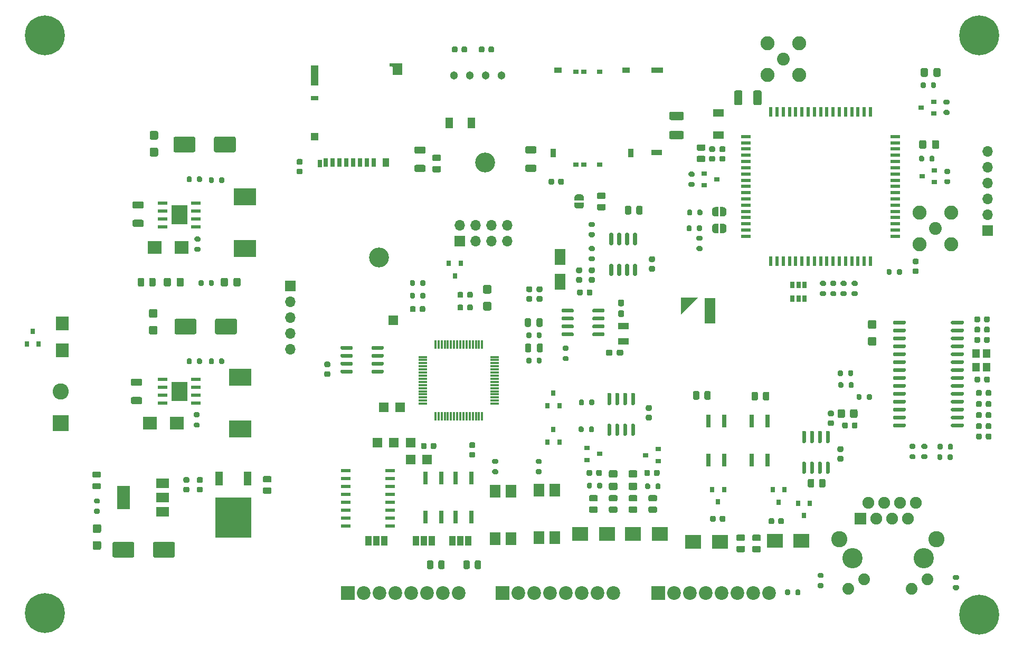
<source format=gbr>
G04 #@! TF.GenerationSoftware,KiCad,Pcbnew,(5.1.9)-1*
G04 #@! TF.CreationDate,2021-02-18T13:51:06+04:00*
G04 #@! TF.ProjectId,saxli,7361786c-692e-46b6-9963-61645f706362,rev?*
G04 #@! TF.SameCoordinates,Original*
G04 #@! TF.FileFunction,Soldermask,Top*
G04 #@! TF.FilePolarity,Negative*
%FSLAX46Y46*%
G04 Gerber Fmt 4.6, Leading zero omitted, Abs format (unit mm)*
G04 Created by KiCad (PCBNEW (5.1.9)-1) date 2021-02-18 13:51:06*
%MOMM*%
%LPD*%
G01*
G04 APERTURE LIST*
%ADD10C,0.100000*%
%ADD11R,1.700000X4.100000*%
%ADD12R,1.000000X1.000000*%
%ADD13R,0.800000X0.900000*%
%ADD14R,2.100000X2.300000*%
%ADD15C,1.303000*%
%ADD16R,1.300000X1.700000*%
%ADD17R,0.700000X1.400000*%
%ADD18R,1.500000X1.900000*%
%ADD19R,1.000000X1.400000*%
%ADD20R,1.200000X1.200000*%
%ADD21R,1.200000X3.200000*%
%ADD22R,0.700000X1.200000*%
%ADD23R,0.500000X0.500000*%
%ADD24R,1.200000X0.800000*%
%ADD25R,1.500000X1.500000*%
%ADD26R,1.000000X1.500000*%
%ADD27C,3.200000*%
%ADD28R,2.500000X2.300000*%
%ADD29C,2.250000*%
%ADD30C,2.050000*%
%ADD31R,0.900000X0.800000*%
%ADD32R,1.200000X0.950000*%
%ADD33R,0.950000X1.400000*%
%ADD34R,1.700000X1.300000*%
%ADD35R,1.600000X0.600000*%
%ADD36R,0.600000X1.600000*%
%ADD37R,0.650000X1.060000*%
%ADD38O,1.700000X1.700000*%
%ADD39R,1.700000X1.700000*%
%ADD40R,0.300000X1.475000*%
%ADD41R,1.475000X0.300000*%
%ADD42R,1.500000X0.600000*%
%ADD43R,2.200000X2.200000*%
%ADD44C,2.200000*%
%ADD45R,1.780000X2.000000*%
%ADD46R,2.000000X1.500000*%
%ADD47R,2.000000X3.800000*%
%ADD48R,5.800000X6.400000*%
%ADD49R,1.200000X2.200000*%
%ADD50R,2.300000X2.100000*%
%ADD51R,1.800000X1.000000*%
%ADD52R,1.200000X1.400000*%
%ADD53R,1.550000X0.600000*%
%ADD54R,2.600000X3.100000*%
%ADD55R,0.640000X2.000000*%
%ADD56R,3.600000X2.700000*%
%ADD57C,3.250000*%
%ADD58C,2.600000*%
%ADD59C,1.890000*%
%ADD60C,1.900000*%
%ADD61R,1.900000X1.900000*%
%ADD62R,2.600000X2.600000*%
%ADD63C,6.400000*%
%ADD64R,1.800000X2.500000*%
G04 APERTURE END LIST*
D10*
G36*
X142113000Y-44577000D02*
G01*
X140462000Y-44577000D01*
X140462000Y-43815000D01*
X142113000Y-43815000D01*
X142113000Y-44577000D01*
G37*
X142113000Y-44577000D02*
X140462000Y-44577000D01*
X140462000Y-43815000D01*
X142113000Y-43815000D01*
X142113000Y-44577000D01*
G36*
X142240000Y-31369000D02*
G01*
X140462000Y-31369000D01*
X140462000Y-30607000D01*
X142240000Y-30607000D01*
X142240000Y-31369000D01*
G37*
X142240000Y-31369000D02*
X140462000Y-31369000D01*
X140462000Y-30607000D01*
X142240000Y-30607000D01*
X142240000Y-31369000D01*
G36*
X145223000Y-70199000D02*
G01*
X145223000Y-67499000D01*
X147923000Y-67499000D01*
X145223000Y-70199000D01*
G37*
G36*
G01*
X59939500Y-65474001D02*
X59939500Y-64573999D01*
G75*
G02*
X60189499Y-64324000I249999J0D01*
G01*
X60714501Y-64324000D01*
G75*
G02*
X60964500Y-64573999I0J-249999D01*
G01*
X60964500Y-65474001D01*
G75*
G02*
X60714501Y-65724000I-249999J0D01*
G01*
X60189499Y-65724000D01*
G75*
G02*
X59939500Y-65474001I0J249999D01*
G01*
G37*
G36*
G01*
X58114500Y-65474001D02*
X58114500Y-64573999D01*
G75*
G02*
X58364499Y-64324000I249999J0D01*
G01*
X58889501Y-64324000D01*
G75*
G02*
X59139500Y-64573999I0J-249999D01*
G01*
X59139500Y-65474001D01*
G75*
G02*
X58889501Y-65724000I-249999J0D01*
G01*
X58364499Y-65724000D01*
G75*
G02*
X58114500Y-65474001I0J249999D01*
G01*
G37*
G36*
G01*
X68663000Y-64876000D02*
X68663000Y-65426000D01*
G75*
G02*
X68463000Y-65626000I-200000J0D01*
G01*
X68063000Y-65626000D01*
G75*
G02*
X67863000Y-65426000I0J200000D01*
G01*
X67863000Y-64876000D01*
G75*
G02*
X68063000Y-64676000I200000J0D01*
G01*
X68463000Y-64676000D01*
G75*
G02*
X68663000Y-64876000I0J-200000D01*
G01*
G37*
G36*
G01*
X70313000Y-64876000D02*
X70313000Y-65426000D01*
G75*
G02*
X70113000Y-65626000I-200000J0D01*
G01*
X69713000Y-65626000D01*
G75*
G02*
X69513000Y-65426000I0J200000D01*
G01*
X69513000Y-64876000D01*
G75*
G02*
X69713000Y-64676000I200000J0D01*
G01*
X70113000Y-64676000D01*
G75*
G02*
X70313000Y-64876000I0J-200000D01*
G01*
G37*
G36*
G01*
X64340000Y-65474001D02*
X64340000Y-64573999D01*
G75*
G02*
X64589999Y-64324000I249999J0D01*
G01*
X65240001Y-64324000D01*
G75*
G02*
X65490000Y-64573999I0J-249999D01*
G01*
X65490000Y-65474001D01*
G75*
G02*
X65240001Y-65724000I-249999J0D01*
G01*
X64589999Y-65724000D01*
G75*
G02*
X64340000Y-65474001I0J249999D01*
G01*
G37*
G36*
G01*
X62290000Y-65474001D02*
X62290000Y-64573999D01*
G75*
G02*
X62539999Y-64324000I249999J0D01*
G01*
X63190001Y-64324000D01*
G75*
G02*
X63440000Y-64573999I0J-249999D01*
G01*
X63440000Y-65474001D01*
G75*
G02*
X63190001Y-65724000I-249999J0D01*
G01*
X62539999Y-65724000D01*
G75*
G02*
X62290000Y-65474001I0J249999D01*
G01*
G37*
G36*
G01*
X73466000Y-65474001D02*
X73466000Y-64573999D01*
G75*
G02*
X73715999Y-64324000I249999J0D01*
G01*
X74366001Y-64324000D01*
G75*
G02*
X74616000Y-64573999I0J-249999D01*
G01*
X74616000Y-65474001D01*
G75*
G02*
X74366001Y-65724000I-249999J0D01*
G01*
X73715999Y-65724000D01*
G75*
G02*
X73466000Y-65474001I0J249999D01*
G01*
G37*
G36*
G01*
X71416000Y-65474001D02*
X71416000Y-64573999D01*
G75*
G02*
X71665999Y-64324000I249999J0D01*
G01*
X72316001Y-64324000D01*
G75*
G02*
X72566000Y-64573999I0J-249999D01*
G01*
X72566000Y-65474001D01*
G75*
G02*
X72316001Y-65724000I-249999J0D01*
G01*
X71665999Y-65724000D01*
G75*
G02*
X71416000Y-65474001I0J249999D01*
G01*
G37*
D11*
X149873000Y-69649000D03*
D12*
X145923000Y-68199000D03*
D13*
X41275000Y-72914000D03*
X42225000Y-74914000D03*
X40325000Y-74914000D03*
D14*
X45974000Y-71637000D03*
X45974000Y-75937000D03*
D13*
X108966000Y-63992000D03*
X108016000Y-61992000D03*
X109916000Y-61992000D03*
D15*
X116459000Y-31877000D03*
X113919000Y-31877000D03*
X111379000Y-31877000D03*
X108839000Y-31877000D03*
D16*
X111605000Y-39497000D03*
X108105000Y-39497000D03*
G36*
G01*
X109403000Y-27436000D02*
X109403000Y-27936000D01*
G75*
G02*
X109178000Y-28161000I-225000J0D01*
G01*
X108728000Y-28161000D01*
G75*
G02*
X108503000Y-27936000I0J225000D01*
G01*
X108503000Y-27436000D01*
G75*
G02*
X108728000Y-27211000I225000J0D01*
G01*
X109178000Y-27211000D01*
G75*
G02*
X109403000Y-27436000I0J-225000D01*
G01*
G37*
G36*
G01*
X110953000Y-27436000D02*
X110953000Y-27936000D01*
G75*
G02*
X110728000Y-28161000I-225000J0D01*
G01*
X110278000Y-28161000D01*
G75*
G02*
X110053000Y-27936000I0J225000D01*
G01*
X110053000Y-27436000D01*
G75*
G02*
X110278000Y-27211000I225000J0D01*
G01*
X110728000Y-27211000D01*
G75*
G02*
X110953000Y-27436000I0J-225000D01*
G01*
G37*
G36*
G01*
X113721000Y-27436000D02*
X113721000Y-27936000D01*
G75*
G02*
X113496000Y-28161000I-225000J0D01*
G01*
X113046000Y-28161000D01*
G75*
G02*
X112821000Y-27936000I0J225000D01*
G01*
X112821000Y-27436000D01*
G75*
G02*
X113046000Y-27211000I225000J0D01*
G01*
X113496000Y-27211000D01*
G75*
G02*
X113721000Y-27436000I0J-225000D01*
G01*
G37*
G36*
G01*
X115271000Y-27436000D02*
X115271000Y-27936000D01*
G75*
G02*
X115046000Y-28161000I-225000J0D01*
G01*
X114596000Y-28161000D01*
G75*
G02*
X114371000Y-27936000I0J225000D01*
G01*
X114371000Y-27436000D01*
G75*
G02*
X114596000Y-27211000I225000J0D01*
G01*
X115046000Y-27211000D01*
G75*
G02*
X115271000Y-27436000I0J-225000D01*
G01*
G37*
G36*
G01*
X125547000Y-49145000D02*
X125547000Y-48645000D01*
G75*
G02*
X125772000Y-48420000I225000J0D01*
G01*
X126222000Y-48420000D01*
G75*
G02*
X126447000Y-48645000I0J-225000D01*
G01*
X126447000Y-49145000D01*
G75*
G02*
X126222000Y-49370000I-225000J0D01*
G01*
X125772000Y-49370000D01*
G75*
G02*
X125547000Y-49145000I0J225000D01*
G01*
G37*
G36*
G01*
X123997000Y-49145000D02*
X123997000Y-48645000D01*
G75*
G02*
X124222000Y-48420000I225000J0D01*
G01*
X124672000Y-48420000D01*
G75*
G02*
X124897000Y-48645000I0J-225000D01*
G01*
X124897000Y-49145000D01*
G75*
G02*
X124672000Y-49370000I-225000J0D01*
G01*
X124222000Y-49370000D01*
G75*
G02*
X123997000Y-49145000I0J225000D01*
G01*
G37*
G36*
G01*
X121808001Y-44361000D02*
X120507999Y-44361000D01*
G75*
G02*
X120258000Y-44111001I0J249999D01*
G01*
X120258000Y-43460999D01*
G75*
G02*
X120507999Y-43211000I249999J0D01*
G01*
X121808001Y-43211000D01*
G75*
G02*
X122058000Y-43460999I0J-249999D01*
G01*
X122058000Y-44111001D01*
G75*
G02*
X121808001Y-44361000I-249999J0D01*
G01*
G37*
G36*
G01*
X121808001Y-47311000D02*
X120507999Y-47311000D01*
G75*
G02*
X120258000Y-47061001I0J249999D01*
G01*
X120258000Y-46410999D01*
G75*
G02*
X120507999Y-46161000I249999J0D01*
G01*
X121808001Y-46161000D01*
G75*
G02*
X122058000Y-46410999I0J-249999D01*
G01*
X122058000Y-47061001D01*
G75*
G02*
X121808001Y-47311000I-249999J0D01*
G01*
G37*
G36*
G01*
X130132000Y-66925000D02*
X130132000Y-66425000D01*
G75*
G02*
X130357000Y-66200000I225000J0D01*
G01*
X130807000Y-66200000D01*
G75*
G02*
X131032000Y-66425000I0J-225000D01*
G01*
X131032000Y-66925000D01*
G75*
G02*
X130807000Y-67150000I-225000J0D01*
G01*
X130357000Y-67150000D01*
G75*
G02*
X130132000Y-66925000I0J225000D01*
G01*
G37*
G36*
G01*
X128582000Y-66925000D02*
X128582000Y-66425000D01*
G75*
G02*
X128807000Y-66200000I225000J0D01*
G01*
X129257000Y-66200000D01*
G75*
G02*
X129482000Y-66425000I0J-225000D01*
G01*
X129482000Y-66925000D01*
G75*
G02*
X129257000Y-67150000I-225000J0D01*
G01*
X128807000Y-67150000D01*
G75*
G02*
X128582000Y-66925000I0J225000D01*
G01*
G37*
G36*
G01*
X102727999Y-46190000D02*
X104028001Y-46190000D01*
G75*
G02*
X104278000Y-46439999I0J-249999D01*
G01*
X104278000Y-47090001D01*
G75*
G02*
X104028001Y-47340000I-249999J0D01*
G01*
X102727999Y-47340000D01*
G75*
G02*
X102478000Y-47090001I0J249999D01*
G01*
X102478000Y-46439999D01*
G75*
G02*
X102727999Y-46190000I249999J0D01*
G01*
G37*
G36*
G01*
X102727999Y-43240000D02*
X104028001Y-43240000D01*
G75*
G02*
X104278000Y-43489999I0J-249999D01*
G01*
X104278000Y-44140001D01*
G75*
G02*
X104028001Y-44390000I-249999J0D01*
G01*
X102727999Y-44390000D01*
G75*
G02*
X102478000Y-44140001I0J249999D01*
G01*
X102478000Y-43489999D01*
G75*
G02*
X102727999Y-43240000I249999J0D01*
G01*
G37*
D17*
X95993000Y-45852000D03*
D18*
X99793000Y-30852000D03*
D19*
X97893000Y-45852000D03*
D20*
X86493000Y-41652000D03*
D21*
X86493000Y-31852000D03*
D22*
X87343000Y-45952000D03*
D17*
X94893000Y-45852000D03*
X93793000Y-45852000D03*
X92693000Y-45852000D03*
X91593000Y-45852000D03*
X90493000Y-45852000D03*
X89393000Y-45852000D03*
X88293000Y-45852000D03*
D23*
X98793000Y-30152000D03*
D24*
X86493000Y-35452000D03*
D10*
G36*
X99043000Y-30260579D02*
G01*
X99184421Y-30402000D01*
X99043000Y-30543421D01*
X98901579Y-30402000D01*
X99043000Y-30260579D01*
G37*
G36*
G01*
X188537000Y-71651000D02*
X188537000Y-71351000D01*
G75*
G02*
X188687000Y-71201000I150000J0D01*
G01*
X190437000Y-71201000D01*
G75*
G02*
X190587000Y-71351000I0J-150000D01*
G01*
X190587000Y-71651000D01*
G75*
G02*
X190437000Y-71801000I-150000J0D01*
G01*
X188687000Y-71801000D01*
G75*
G02*
X188537000Y-71651000I0J150000D01*
G01*
G37*
G36*
G01*
X188537000Y-72921000D02*
X188537000Y-72621000D01*
G75*
G02*
X188687000Y-72471000I150000J0D01*
G01*
X190437000Y-72471000D01*
G75*
G02*
X190587000Y-72621000I0J-150000D01*
G01*
X190587000Y-72921000D01*
G75*
G02*
X190437000Y-73071000I-150000J0D01*
G01*
X188687000Y-73071000D01*
G75*
G02*
X188537000Y-72921000I0J150000D01*
G01*
G37*
G36*
G01*
X188537000Y-74191000D02*
X188537000Y-73891000D01*
G75*
G02*
X188687000Y-73741000I150000J0D01*
G01*
X190437000Y-73741000D01*
G75*
G02*
X190587000Y-73891000I0J-150000D01*
G01*
X190587000Y-74191000D01*
G75*
G02*
X190437000Y-74341000I-150000J0D01*
G01*
X188687000Y-74341000D01*
G75*
G02*
X188537000Y-74191000I0J150000D01*
G01*
G37*
G36*
G01*
X188537000Y-75461000D02*
X188537000Y-75161000D01*
G75*
G02*
X188687000Y-75011000I150000J0D01*
G01*
X190437000Y-75011000D01*
G75*
G02*
X190587000Y-75161000I0J-150000D01*
G01*
X190587000Y-75461000D01*
G75*
G02*
X190437000Y-75611000I-150000J0D01*
G01*
X188687000Y-75611000D01*
G75*
G02*
X188537000Y-75461000I0J150000D01*
G01*
G37*
G36*
G01*
X188537000Y-76731000D02*
X188537000Y-76431000D01*
G75*
G02*
X188687000Y-76281000I150000J0D01*
G01*
X190437000Y-76281000D01*
G75*
G02*
X190587000Y-76431000I0J-150000D01*
G01*
X190587000Y-76731000D01*
G75*
G02*
X190437000Y-76881000I-150000J0D01*
G01*
X188687000Y-76881000D01*
G75*
G02*
X188537000Y-76731000I0J150000D01*
G01*
G37*
G36*
G01*
X188537000Y-78001000D02*
X188537000Y-77701000D01*
G75*
G02*
X188687000Y-77551000I150000J0D01*
G01*
X190437000Y-77551000D01*
G75*
G02*
X190587000Y-77701000I0J-150000D01*
G01*
X190587000Y-78001000D01*
G75*
G02*
X190437000Y-78151000I-150000J0D01*
G01*
X188687000Y-78151000D01*
G75*
G02*
X188537000Y-78001000I0J150000D01*
G01*
G37*
G36*
G01*
X188537000Y-79271000D02*
X188537000Y-78971000D01*
G75*
G02*
X188687000Y-78821000I150000J0D01*
G01*
X190437000Y-78821000D01*
G75*
G02*
X190587000Y-78971000I0J-150000D01*
G01*
X190587000Y-79271000D01*
G75*
G02*
X190437000Y-79421000I-150000J0D01*
G01*
X188687000Y-79421000D01*
G75*
G02*
X188537000Y-79271000I0J150000D01*
G01*
G37*
G36*
G01*
X188537000Y-80541000D02*
X188537000Y-80241000D01*
G75*
G02*
X188687000Y-80091000I150000J0D01*
G01*
X190437000Y-80091000D01*
G75*
G02*
X190587000Y-80241000I0J-150000D01*
G01*
X190587000Y-80541000D01*
G75*
G02*
X190437000Y-80691000I-150000J0D01*
G01*
X188687000Y-80691000D01*
G75*
G02*
X188537000Y-80541000I0J150000D01*
G01*
G37*
G36*
G01*
X188537000Y-81811000D02*
X188537000Y-81511000D01*
G75*
G02*
X188687000Y-81361000I150000J0D01*
G01*
X190437000Y-81361000D01*
G75*
G02*
X190587000Y-81511000I0J-150000D01*
G01*
X190587000Y-81811000D01*
G75*
G02*
X190437000Y-81961000I-150000J0D01*
G01*
X188687000Y-81961000D01*
G75*
G02*
X188537000Y-81811000I0J150000D01*
G01*
G37*
G36*
G01*
X188537000Y-83081000D02*
X188537000Y-82781000D01*
G75*
G02*
X188687000Y-82631000I150000J0D01*
G01*
X190437000Y-82631000D01*
G75*
G02*
X190587000Y-82781000I0J-150000D01*
G01*
X190587000Y-83081000D01*
G75*
G02*
X190437000Y-83231000I-150000J0D01*
G01*
X188687000Y-83231000D01*
G75*
G02*
X188537000Y-83081000I0J150000D01*
G01*
G37*
G36*
G01*
X188537000Y-84351000D02*
X188537000Y-84051000D01*
G75*
G02*
X188687000Y-83901000I150000J0D01*
G01*
X190437000Y-83901000D01*
G75*
G02*
X190587000Y-84051000I0J-150000D01*
G01*
X190587000Y-84351000D01*
G75*
G02*
X190437000Y-84501000I-150000J0D01*
G01*
X188687000Y-84501000D01*
G75*
G02*
X188537000Y-84351000I0J150000D01*
G01*
G37*
G36*
G01*
X188537000Y-85621000D02*
X188537000Y-85321000D01*
G75*
G02*
X188687000Y-85171000I150000J0D01*
G01*
X190437000Y-85171000D01*
G75*
G02*
X190587000Y-85321000I0J-150000D01*
G01*
X190587000Y-85621000D01*
G75*
G02*
X190437000Y-85771000I-150000J0D01*
G01*
X188687000Y-85771000D01*
G75*
G02*
X188537000Y-85621000I0J150000D01*
G01*
G37*
G36*
G01*
X188537000Y-86891000D02*
X188537000Y-86591000D01*
G75*
G02*
X188687000Y-86441000I150000J0D01*
G01*
X190437000Y-86441000D01*
G75*
G02*
X190587000Y-86591000I0J-150000D01*
G01*
X190587000Y-86891000D01*
G75*
G02*
X190437000Y-87041000I-150000J0D01*
G01*
X188687000Y-87041000D01*
G75*
G02*
X188537000Y-86891000I0J150000D01*
G01*
G37*
G36*
G01*
X188537000Y-88161000D02*
X188537000Y-87861000D01*
G75*
G02*
X188687000Y-87711000I150000J0D01*
G01*
X190437000Y-87711000D01*
G75*
G02*
X190587000Y-87861000I0J-150000D01*
G01*
X190587000Y-88161000D01*
G75*
G02*
X190437000Y-88311000I-150000J0D01*
G01*
X188687000Y-88311000D01*
G75*
G02*
X188537000Y-88161000I0J150000D01*
G01*
G37*
G36*
G01*
X179237000Y-88161000D02*
X179237000Y-87861000D01*
G75*
G02*
X179387000Y-87711000I150000J0D01*
G01*
X181137000Y-87711000D01*
G75*
G02*
X181287000Y-87861000I0J-150000D01*
G01*
X181287000Y-88161000D01*
G75*
G02*
X181137000Y-88311000I-150000J0D01*
G01*
X179387000Y-88311000D01*
G75*
G02*
X179237000Y-88161000I0J150000D01*
G01*
G37*
G36*
G01*
X179237000Y-86891000D02*
X179237000Y-86591000D01*
G75*
G02*
X179387000Y-86441000I150000J0D01*
G01*
X181137000Y-86441000D01*
G75*
G02*
X181287000Y-86591000I0J-150000D01*
G01*
X181287000Y-86891000D01*
G75*
G02*
X181137000Y-87041000I-150000J0D01*
G01*
X179387000Y-87041000D01*
G75*
G02*
X179237000Y-86891000I0J150000D01*
G01*
G37*
G36*
G01*
X179237000Y-85621000D02*
X179237000Y-85321000D01*
G75*
G02*
X179387000Y-85171000I150000J0D01*
G01*
X181137000Y-85171000D01*
G75*
G02*
X181287000Y-85321000I0J-150000D01*
G01*
X181287000Y-85621000D01*
G75*
G02*
X181137000Y-85771000I-150000J0D01*
G01*
X179387000Y-85771000D01*
G75*
G02*
X179237000Y-85621000I0J150000D01*
G01*
G37*
G36*
G01*
X179237000Y-84351000D02*
X179237000Y-84051000D01*
G75*
G02*
X179387000Y-83901000I150000J0D01*
G01*
X181137000Y-83901000D01*
G75*
G02*
X181287000Y-84051000I0J-150000D01*
G01*
X181287000Y-84351000D01*
G75*
G02*
X181137000Y-84501000I-150000J0D01*
G01*
X179387000Y-84501000D01*
G75*
G02*
X179237000Y-84351000I0J150000D01*
G01*
G37*
G36*
G01*
X179237000Y-83081000D02*
X179237000Y-82781000D01*
G75*
G02*
X179387000Y-82631000I150000J0D01*
G01*
X181137000Y-82631000D01*
G75*
G02*
X181287000Y-82781000I0J-150000D01*
G01*
X181287000Y-83081000D01*
G75*
G02*
X181137000Y-83231000I-150000J0D01*
G01*
X179387000Y-83231000D01*
G75*
G02*
X179237000Y-83081000I0J150000D01*
G01*
G37*
G36*
G01*
X179237000Y-81811000D02*
X179237000Y-81511000D01*
G75*
G02*
X179387000Y-81361000I150000J0D01*
G01*
X181137000Y-81361000D01*
G75*
G02*
X181287000Y-81511000I0J-150000D01*
G01*
X181287000Y-81811000D01*
G75*
G02*
X181137000Y-81961000I-150000J0D01*
G01*
X179387000Y-81961000D01*
G75*
G02*
X179237000Y-81811000I0J150000D01*
G01*
G37*
G36*
G01*
X179237000Y-80541000D02*
X179237000Y-80241000D01*
G75*
G02*
X179387000Y-80091000I150000J0D01*
G01*
X181137000Y-80091000D01*
G75*
G02*
X181287000Y-80241000I0J-150000D01*
G01*
X181287000Y-80541000D01*
G75*
G02*
X181137000Y-80691000I-150000J0D01*
G01*
X179387000Y-80691000D01*
G75*
G02*
X179237000Y-80541000I0J150000D01*
G01*
G37*
G36*
G01*
X179237000Y-79271000D02*
X179237000Y-78971000D01*
G75*
G02*
X179387000Y-78821000I150000J0D01*
G01*
X181137000Y-78821000D01*
G75*
G02*
X181287000Y-78971000I0J-150000D01*
G01*
X181287000Y-79271000D01*
G75*
G02*
X181137000Y-79421000I-150000J0D01*
G01*
X179387000Y-79421000D01*
G75*
G02*
X179237000Y-79271000I0J150000D01*
G01*
G37*
G36*
G01*
X179237000Y-78001000D02*
X179237000Y-77701000D01*
G75*
G02*
X179387000Y-77551000I150000J0D01*
G01*
X181137000Y-77551000D01*
G75*
G02*
X181287000Y-77701000I0J-150000D01*
G01*
X181287000Y-78001000D01*
G75*
G02*
X181137000Y-78151000I-150000J0D01*
G01*
X179387000Y-78151000D01*
G75*
G02*
X179237000Y-78001000I0J150000D01*
G01*
G37*
G36*
G01*
X179237000Y-76731000D02*
X179237000Y-76431000D01*
G75*
G02*
X179387000Y-76281000I150000J0D01*
G01*
X181137000Y-76281000D01*
G75*
G02*
X181287000Y-76431000I0J-150000D01*
G01*
X181287000Y-76731000D01*
G75*
G02*
X181137000Y-76881000I-150000J0D01*
G01*
X179387000Y-76881000D01*
G75*
G02*
X179237000Y-76731000I0J150000D01*
G01*
G37*
G36*
G01*
X179237000Y-75461000D02*
X179237000Y-75161000D01*
G75*
G02*
X179387000Y-75011000I150000J0D01*
G01*
X181137000Y-75011000D01*
G75*
G02*
X181287000Y-75161000I0J-150000D01*
G01*
X181287000Y-75461000D01*
G75*
G02*
X181137000Y-75611000I-150000J0D01*
G01*
X179387000Y-75611000D01*
G75*
G02*
X179237000Y-75461000I0J150000D01*
G01*
G37*
G36*
G01*
X179237000Y-74191000D02*
X179237000Y-73891000D01*
G75*
G02*
X179387000Y-73741000I150000J0D01*
G01*
X181137000Y-73741000D01*
G75*
G02*
X181287000Y-73891000I0J-150000D01*
G01*
X181287000Y-74191000D01*
G75*
G02*
X181137000Y-74341000I-150000J0D01*
G01*
X179387000Y-74341000D01*
G75*
G02*
X179237000Y-74191000I0J150000D01*
G01*
G37*
G36*
G01*
X179237000Y-72921000D02*
X179237000Y-72621000D01*
G75*
G02*
X179387000Y-72471000I150000J0D01*
G01*
X181137000Y-72471000D01*
G75*
G02*
X181287000Y-72621000I0J-150000D01*
G01*
X181287000Y-72921000D01*
G75*
G02*
X181137000Y-73071000I-150000J0D01*
G01*
X179387000Y-73071000D01*
G75*
G02*
X179237000Y-72921000I0J150000D01*
G01*
G37*
G36*
G01*
X179237000Y-71651000D02*
X179237000Y-71351000D01*
G75*
G02*
X179387000Y-71201000I150000J0D01*
G01*
X181137000Y-71201000D01*
G75*
G02*
X181287000Y-71351000I0J-150000D01*
G01*
X181287000Y-71651000D01*
G75*
G02*
X181137000Y-71801000I-150000J0D01*
G01*
X179387000Y-71801000D01*
G75*
G02*
X179237000Y-71651000I0J150000D01*
G01*
G37*
G36*
G01*
X175469999Y-71102000D02*
X176320001Y-71102000D01*
G75*
G02*
X176570000Y-71351999I0J-249999D01*
G01*
X176570000Y-72252001D01*
G75*
G02*
X176320001Y-72502000I-249999J0D01*
G01*
X175469999Y-72502000D01*
G75*
G02*
X175220000Y-72252001I0J249999D01*
G01*
X175220000Y-71351999D01*
G75*
G02*
X175469999Y-71102000I249999J0D01*
G01*
G37*
G36*
G01*
X175469999Y-73802000D02*
X176320001Y-73802000D01*
G75*
G02*
X176570000Y-74051999I0J-249999D01*
G01*
X176570000Y-74952001D01*
G75*
G02*
X176320001Y-75202000I-249999J0D01*
G01*
X175469999Y-75202000D01*
G75*
G02*
X175220000Y-74952001I0J249999D01*
G01*
X175220000Y-74051999D01*
G75*
G02*
X175469999Y-73802000I249999J0D01*
G01*
G37*
G36*
G01*
X111510000Y-90723000D02*
X112010000Y-90723000D01*
G75*
G02*
X112235000Y-90948000I0J-225000D01*
G01*
X112235000Y-91398000D01*
G75*
G02*
X112010000Y-91623000I-225000J0D01*
G01*
X111510000Y-91623000D01*
G75*
G02*
X111285000Y-91398000I0J225000D01*
G01*
X111285000Y-90948000D01*
G75*
G02*
X111510000Y-90723000I225000J0D01*
G01*
G37*
G36*
G01*
X111510000Y-92273000D02*
X112010000Y-92273000D01*
G75*
G02*
X112235000Y-92498000I0J-225000D01*
G01*
X112235000Y-92948000D01*
G75*
G02*
X112010000Y-93173000I-225000J0D01*
G01*
X111510000Y-93173000D01*
G75*
G02*
X111285000Y-92948000I0J225000D01*
G01*
X111285000Y-92498000D01*
G75*
G02*
X111510000Y-92273000I225000J0D01*
G01*
G37*
G36*
G01*
X179876000Y-63648000D02*
X179876000Y-63098000D01*
G75*
G02*
X180076000Y-62898000I200000J0D01*
G01*
X180476000Y-62898000D01*
G75*
G02*
X180676000Y-63098000I0J-200000D01*
G01*
X180676000Y-63648000D01*
G75*
G02*
X180476000Y-63848000I-200000J0D01*
G01*
X180076000Y-63848000D01*
G75*
G02*
X179876000Y-63648000I0J200000D01*
G01*
G37*
G36*
G01*
X178226000Y-63648000D02*
X178226000Y-63098000D01*
G75*
G02*
X178426000Y-62898000I200000J0D01*
G01*
X178826000Y-62898000D01*
G75*
G02*
X179026000Y-63098000I0J-200000D01*
G01*
X179026000Y-63648000D01*
G75*
G02*
X178826000Y-63848000I-200000J0D01*
G01*
X178426000Y-63848000D01*
G75*
G02*
X178226000Y-63648000I0J200000D01*
G01*
G37*
G36*
G01*
X183136250Y-62134000D02*
X182623750Y-62134000D01*
G75*
G02*
X182405000Y-61915250I0J218750D01*
G01*
X182405000Y-61477750D01*
G75*
G02*
X182623750Y-61259000I218750J0D01*
G01*
X183136250Y-61259000D01*
G75*
G02*
X183355000Y-61477750I0J-218750D01*
G01*
X183355000Y-61915250D01*
G75*
G02*
X183136250Y-62134000I-218750J0D01*
G01*
G37*
G36*
G01*
X183136250Y-63709000D02*
X182623750Y-63709000D01*
G75*
G02*
X182405000Y-63490250I0J218750D01*
G01*
X182405000Y-63052750D01*
G75*
G02*
X182623750Y-62834000I218750J0D01*
G01*
X183136250Y-62834000D01*
G75*
G02*
X183355000Y-63052750I0J-218750D01*
G01*
X183355000Y-63490250D01*
G75*
G02*
X183136250Y-63709000I-218750J0D01*
G01*
G37*
G36*
G01*
X166605000Y-96831999D02*
X166605000Y-97732001D01*
G75*
G02*
X166355001Y-97982000I-249999J0D01*
G01*
X165829999Y-97982000D01*
G75*
G02*
X165580000Y-97732001I0J249999D01*
G01*
X165580000Y-96831999D01*
G75*
G02*
X165829999Y-96582000I249999J0D01*
G01*
X166355001Y-96582000D01*
G75*
G02*
X166605000Y-96831999I0J-249999D01*
G01*
G37*
G36*
G01*
X168430000Y-96831999D02*
X168430000Y-97732001D01*
G75*
G02*
X168180001Y-97982000I-249999J0D01*
G01*
X167654999Y-97982000D01*
G75*
G02*
X167405000Y-97732001I0J249999D01*
G01*
X167405000Y-96831999D01*
G75*
G02*
X167654999Y-96582000I249999J0D01*
G01*
X168180001Y-96582000D01*
G75*
G02*
X168430000Y-96831999I0J-249999D01*
G01*
G37*
D13*
X164973000Y-102473000D03*
X164023000Y-100473000D03*
X165923000Y-100473000D03*
D25*
X100203000Y-85090000D03*
X97536000Y-85090000D03*
D26*
X95093000Y-106553000D03*
X96393000Y-106553000D03*
X97693000Y-106553000D03*
X108555000Y-106553000D03*
X109855000Y-106553000D03*
X111155000Y-106553000D03*
X102713000Y-106553000D03*
X104013000Y-106553000D03*
X105313000Y-106553000D03*
D25*
X104521000Y-93472000D03*
X101854000Y-93472000D03*
X99187000Y-90805000D03*
X101854000Y-90805000D03*
X96520000Y-90799000D03*
X99060000Y-71120000D03*
D27*
X96774000Y-61087000D03*
X113792000Y-45847000D03*
D10*
G36*
X129654398Y-52720000D02*
G01*
X129654398Y-52744534D01*
X129649588Y-52793365D01*
X129640016Y-52841490D01*
X129625772Y-52888445D01*
X129606995Y-52933778D01*
X129583864Y-52977051D01*
X129556604Y-53017850D01*
X129525476Y-53055779D01*
X129490779Y-53090476D01*
X129452850Y-53121604D01*
X129412051Y-53148864D01*
X129368778Y-53171995D01*
X129323445Y-53190772D01*
X129276490Y-53205016D01*
X129228365Y-53214588D01*
X129179534Y-53219398D01*
X129155000Y-53219398D01*
X129155000Y-53220000D01*
X128655000Y-53220000D01*
X128655000Y-53219398D01*
X128630466Y-53219398D01*
X128581635Y-53214588D01*
X128533510Y-53205016D01*
X128486555Y-53190772D01*
X128441222Y-53171995D01*
X128397949Y-53148864D01*
X128357150Y-53121604D01*
X128319221Y-53090476D01*
X128284524Y-53055779D01*
X128253396Y-53017850D01*
X128226136Y-52977051D01*
X128203005Y-52933778D01*
X128184228Y-52888445D01*
X128169984Y-52841490D01*
X128160412Y-52793365D01*
X128155602Y-52744534D01*
X128155602Y-52720000D01*
X128155000Y-52720000D01*
X128155000Y-52220000D01*
X129655000Y-52220000D01*
X129655000Y-52720000D01*
X129654398Y-52720000D01*
G37*
G36*
X128155000Y-51920000D02*
G01*
X128155000Y-51420000D01*
X128155602Y-51420000D01*
X128155602Y-51395466D01*
X128160412Y-51346635D01*
X128169984Y-51298510D01*
X128184228Y-51251555D01*
X128203005Y-51206222D01*
X128226136Y-51162949D01*
X128253396Y-51122150D01*
X128284524Y-51084221D01*
X128319221Y-51049524D01*
X128357150Y-51018396D01*
X128397949Y-50991136D01*
X128441222Y-50968005D01*
X128486555Y-50949228D01*
X128533510Y-50934984D01*
X128581635Y-50925412D01*
X128630466Y-50920602D01*
X128655000Y-50920602D01*
X128655000Y-50920000D01*
X129155000Y-50920000D01*
X129155000Y-50920602D01*
X129179534Y-50920602D01*
X129228365Y-50925412D01*
X129276490Y-50934984D01*
X129323445Y-50949228D01*
X129368778Y-50968005D01*
X129412051Y-50991136D01*
X129452850Y-51018396D01*
X129490779Y-51049524D01*
X129525476Y-51084221D01*
X129556604Y-51122150D01*
X129583864Y-51162949D01*
X129606995Y-51206222D01*
X129625772Y-51251555D01*
X129640016Y-51298510D01*
X129649588Y-51346635D01*
X129654398Y-51395466D01*
X129654398Y-51420000D01*
X129655000Y-51420000D01*
X129655000Y-51920000D01*
X128155000Y-51920000D01*
G37*
D28*
X133341000Y-105410000D03*
X129041000Y-105410000D03*
G36*
G01*
X163580000Y-115083000D02*
X163580000Y-114533000D01*
G75*
G02*
X163780000Y-114333000I200000J0D01*
G01*
X164180000Y-114333000D01*
G75*
G02*
X164380000Y-114533000I0J-200000D01*
G01*
X164380000Y-115083000D01*
G75*
G02*
X164180000Y-115283000I-200000J0D01*
G01*
X163780000Y-115283000D01*
G75*
G02*
X163580000Y-115083000I0J200000D01*
G01*
G37*
G36*
G01*
X161930000Y-115083000D02*
X161930000Y-114533000D01*
G75*
G02*
X162130000Y-114333000I200000J0D01*
G01*
X162530000Y-114333000D01*
G75*
G02*
X162730000Y-114533000I0J-200000D01*
G01*
X162730000Y-115083000D01*
G75*
G02*
X162530000Y-115283000I-200000J0D01*
G01*
X162130000Y-115283000D01*
G75*
G02*
X161930000Y-115083000I0J200000D01*
G01*
G37*
G36*
G01*
X171065000Y-92258000D02*
X170565000Y-92258000D01*
G75*
G02*
X170340000Y-92033000I0J225000D01*
G01*
X170340000Y-91583000D01*
G75*
G02*
X170565000Y-91358000I225000J0D01*
G01*
X171065000Y-91358000D01*
G75*
G02*
X171290000Y-91583000I0J-225000D01*
G01*
X171290000Y-92033000D01*
G75*
G02*
X171065000Y-92258000I-225000J0D01*
G01*
G37*
G36*
G01*
X171065000Y-93808000D02*
X170565000Y-93808000D01*
G75*
G02*
X170340000Y-93583000I0J225000D01*
G01*
X170340000Y-93133000D01*
G75*
G02*
X170565000Y-92908000I225000J0D01*
G01*
X171065000Y-92908000D01*
G75*
G02*
X171290000Y-93133000I0J-225000D01*
G01*
X171290000Y-93583000D01*
G75*
G02*
X171065000Y-93808000I-225000J0D01*
G01*
G37*
G36*
G01*
X168633000Y-93829000D02*
X168933000Y-93829000D01*
G75*
G02*
X169083000Y-93979000I0J-150000D01*
G01*
X169083000Y-95629000D01*
G75*
G02*
X168933000Y-95779000I-150000J0D01*
G01*
X168633000Y-95779000D01*
G75*
G02*
X168483000Y-95629000I0J150000D01*
G01*
X168483000Y-93979000D01*
G75*
G02*
X168633000Y-93829000I150000J0D01*
G01*
G37*
G36*
G01*
X167363000Y-93829000D02*
X167663000Y-93829000D01*
G75*
G02*
X167813000Y-93979000I0J-150000D01*
G01*
X167813000Y-95629000D01*
G75*
G02*
X167663000Y-95779000I-150000J0D01*
G01*
X167363000Y-95779000D01*
G75*
G02*
X167213000Y-95629000I0J150000D01*
G01*
X167213000Y-93979000D01*
G75*
G02*
X167363000Y-93829000I150000J0D01*
G01*
G37*
G36*
G01*
X166093000Y-93829000D02*
X166393000Y-93829000D01*
G75*
G02*
X166543000Y-93979000I0J-150000D01*
G01*
X166543000Y-95629000D01*
G75*
G02*
X166393000Y-95779000I-150000J0D01*
G01*
X166093000Y-95779000D01*
G75*
G02*
X165943000Y-95629000I0J150000D01*
G01*
X165943000Y-93979000D01*
G75*
G02*
X166093000Y-93829000I150000J0D01*
G01*
G37*
G36*
G01*
X164823000Y-93829000D02*
X165123000Y-93829000D01*
G75*
G02*
X165273000Y-93979000I0J-150000D01*
G01*
X165273000Y-95629000D01*
G75*
G02*
X165123000Y-95779000I-150000J0D01*
G01*
X164823000Y-95779000D01*
G75*
G02*
X164673000Y-95629000I0J150000D01*
G01*
X164673000Y-93979000D01*
G75*
G02*
X164823000Y-93829000I150000J0D01*
G01*
G37*
G36*
G01*
X164823000Y-88879000D02*
X165123000Y-88879000D01*
G75*
G02*
X165273000Y-89029000I0J-150000D01*
G01*
X165273000Y-90679000D01*
G75*
G02*
X165123000Y-90829000I-150000J0D01*
G01*
X164823000Y-90829000D01*
G75*
G02*
X164673000Y-90679000I0J150000D01*
G01*
X164673000Y-89029000D01*
G75*
G02*
X164823000Y-88879000I150000J0D01*
G01*
G37*
G36*
G01*
X166093000Y-88879000D02*
X166393000Y-88879000D01*
G75*
G02*
X166543000Y-89029000I0J-150000D01*
G01*
X166543000Y-90679000D01*
G75*
G02*
X166393000Y-90829000I-150000J0D01*
G01*
X166093000Y-90829000D01*
G75*
G02*
X165943000Y-90679000I0J150000D01*
G01*
X165943000Y-89029000D01*
G75*
G02*
X166093000Y-88879000I150000J0D01*
G01*
G37*
G36*
G01*
X167363000Y-88879000D02*
X167663000Y-88879000D01*
G75*
G02*
X167813000Y-89029000I0J-150000D01*
G01*
X167813000Y-90679000D01*
G75*
G02*
X167663000Y-90829000I-150000J0D01*
G01*
X167363000Y-90829000D01*
G75*
G02*
X167213000Y-90679000I0J150000D01*
G01*
X167213000Y-89029000D01*
G75*
G02*
X167363000Y-88879000I150000J0D01*
G01*
G37*
G36*
G01*
X168633000Y-88879000D02*
X168933000Y-88879000D01*
G75*
G02*
X169083000Y-89029000I0J-150000D01*
G01*
X169083000Y-90679000D01*
G75*
G02*
X168933000Y-90829000I-150000J0D01*
G01*
X168633000Y-90829000D01*
G75*
G02*
X168483000Y-90679000I0J150000D01*
G01*
X168483000Y-89029000D01*
G75*
G02*
X168633000Y-88879000I150000J0D01*
G01*
G37*
D29*
X164211000Y-31750000D03*
X159131000Y-31750000D03*
X159131000Y-26670000D03*
X164211000Y-26670000D03*
D30*
X161671000Y-29210000D03*
D29*
X183515000Y-58928000D03*
X183515000Y-53848000D03*
X188595000Y-53848000D03*
X188595000Y-58928000D03*
D30*
X186055000Y-56388000D03*
G36*
G01*
X184233000Y-44937000D02*
X184233000Y-45487000D01*
G75*
G02*
X184033000Y-45687000I-200000J0D01*
G01*
X183633000Y-45687000D01*
G75*
G02*
X183433000Y-45487000I0J200000D01*
G01*
X183433000Y-44937000D01*
G75*
G02*
X183633000Y-44737000I200000J0D01*
G01*
X184033000Y-44737000D01*
G75*
G02*
X184233000Y-44937000I0J-200000D01*
G01*
G37*
G36*
G01*
X185883000Y-44937000D02*
X185883000Y-45487000D01*
G75*
G02*
X185683000Y-45687000I-200000J0D01*
G01*
X185283000Y-45687000D01*
G75*
G02*
X185083000Y-45487000I0J200000D01*
G01*
X185083000Y-44937000D01*
G75*
G02*
X185283000Y-44737000I200000J0D01*
G01*
X185683000Y-44737000D01*
G75*
G02*
X185883000Y-44937000I0J-200000D01*
G01*
G37*
G36*
G01*
X184487000Y-33126000D02*
X184487000Y-33676000D01*
G75*
G02*
X184287000Y-33876000I-200000J0D01*
G01*
X183887000Y-33876000D01*
G75*
G02*
X183687000Y-33676000I0J200000D01*
G01*
X183687000Y-33126000D01*
G75*
G02*
X183887000Y-32926000I200000J0D01*
G01*
X184287000Y-32926000D01*
G75*
G02*
X184487000Y-33126000I0J-200000D01*
G01*
G37*
G36*
G01*
X186137000Y-33126000D02*
X186137000Y-33676000D01*
G75*
G02*
X185937000Y-33876000I-200000J0D01*
G01*
X185537000Y-33876000D01*
G75*
G02*
X185337000Y-33676000I0J200000D01*
G01*
X185337000Y-33126000D01*
G75*
G02*
X185537000Y-32926000I200000J0D01*
G01*
X185937000Y-32926000D01*
G75*
G02*
X186137000Y-33126000I0J-200000D01*
G01*
G37*
D31*
X128403000Y-31218000D03*
X129643000Y-31218000D03*
X132183000Y-31218000D03*
X128403000Y-46158000D03*
X129643000Y-46158000D03*
X132183000Y-46158000D03*
D32*
X136398000Y-30988000D03*
D33*
X137233000Y-44298000D03*
X124713000Y-44298000D03*
D32*
X125548000Y-30988000D03*
G36*
G01*
X184598000Y-42475999D02*
X184598000Y-43376001D01*
G75*
G02*
X184348001Y-43626000I-249999J0D01*
G01*
X183697999Y-43626000D01*
G75*
G02*
X183448000Y-43376001I0J249999D01*
G01*
X183448000Y-42475999D01*
G75*
G02*
X183697999Y-42226000I249999J0D01*
G01*
X184348001Y-42226000D01*
G75*
G02*
X184598000Y-42475999I0J-249999D01*
G01*
G37*
G36*
G01*
X186648000Y-42475999D02*
X186648000Y-43376001D01*
G75*
G02*
X186398001Y-43626000I-249999J0D01*
G01*
X185747999Y-43626000D01*
G75*
G02*
X185498000Y-43376001I0J249999D01*
G01*
X185498000Y-42475999D01*
G75*
G02*
X185747999Y-42226000I249999J0D01*
G01*
X186398001Y-42226000D01*
G75*
G02*
X186648000Y-42475999I0J-249999D01*
G01*
G37*
G36*
G01*
X184843000Y-30918999D02*
X184843000Y-31819001D01*
G75*
G02*
X184593001Y-32069000I-249999J0D01*
G01*
X183942999Y-32069000D01*
G75*
G02*
X183693000Y-31819001I0J249999D01*
G01*
X183693000Y-30918999D01*
G75*
G02*
X183942999Y-30669000I249999J0D01*
G01*
X184593001Y-30669000D01*
G75*
G02*
X184843000Y-30918999I0J-249999D01*
G01*
G37*
G36*
G01*
X186893000Y-30918999D02*
X186893000Y-31819001D01*
G75*
G02*
X186643001Y-32069000I-249999J0D01*
G01*
X185992999Y-32069000D01*
G75*
G02*
X185743000Y-31819001I0J249999D01*
G01*
X185743000Y-30918999D01*
G75*
G02*
X185992999Y-30669000I249999J0D01*
G01*
X186643001Y-30669000D01*
G75*
G02*
X186893000Y-30918999I0J-249999D01*
G01*
G37*
G36*
G01*
X143600999Y-40753000D02*
X145451001Y-40753000D01*
G75*
G02*
X145701000Y-41002999I0J-249999D01*
G01*
X145701000Y-41828001D01*
G75*
G02*
X145451001Y-42078000I-249999J0D01*
G01*
X143600999Y-42078000D01*
G75*
G02*
X143351000Y-41828001I0J249999D01*
G01*
X143351000Y-41002999D01*
G75*
G02*
X143600999Y-40753000I249999J0D01*
G01*
G37*
G36*
G01*
X143600999Y-37678000D02*
X145451001Y-37678000D01*
G75*
G02*
X145701000Y-37927999I0J-249999D01*
G01*
X145701000Y-38753001D01*
G75*
G02*
X145451001Y-39003000I-249999J0D01*
G01*
X143600999Y-39003000D01*
G75*
G02*
X143351000Y-38753001I0J249999D01*
G01*
X143351000Y-37927999D01*
G75*
G02*
X143600999Y-37678000I249999J0D01*
G01*
G37*
D34*
X151257000Y-41374000D03*
X151257000Y-37874000D03*
G36*
G01*
X156844500Y-36358001D02*
X156844500Y-34507999D01*
G75*
G02*
X157094499Y-34258000I249999J0D01*
G01*
X157919501Y-34258000D01*
G75*
G02*
X158169500Y-34507999I0J-249999D01*
G01*
X158169500Y-36358001D01*
G75*
G02*
X157919501Y-36608000I-249999J0D01*
G01*
X157094499Y-36608000D01*
G75*
G02*
X156844500Y-36358001I0J249999D01*
G01*
G37*
G36*
G01*
X153769500Y-36358001D02*
X153769500Y-34507999D01*
G75*
G02*
X154019499Y-34258000I249999J0D01*
G01*
X154844501Y-34258000D01*
G75*
G02*
X155094500Y-34507999I0J-249999D01*
G01*
X155094500Y-36358001D01*
G75*
G02*
X154844501Y-36608000I-249999J0D01*
G01*
X154019499Y-36608000D01*
G75*
G02*
X153769500Y-36358001I0J249999D01*
G01*
G37*
G36*
G01*
X152142000Y-44125000D02*
X151642000Y-44125000D01*
G75*
G02*
X151417000Y-43900000I0J225000D01*
G01*
X151417000Y-43450000D01*
G75*
G02*
X151642000Y-43225000I225000J0D01*
G01*
X152142000Y-43225000D01*
G75*
G02*
X152367000Y-43450000I0J-225000D01*
G01*
X152367000Y-43900000D01*
G75*
G02*
X152142000Y-44125000I-225000J0D01*
G01*
G37*
G36*
G01*
X152142000Y-45675000D02*
X151642000Y-45675000D01*
G75*
G02*
X151417000Y-45450000I0J225000D01*
G01*
X151417000Y-45000000D01*
G75*
G02*
X151642000Y-44775000I225000J0D01*
G01*
X152142000Y-44775000D01*
G75*
G02*
X152367000Y-45000000I0J-225000D01*
G01*
X152367000Y-45450000D01*
G75*
G02*
X152142000Y-45675000I-225000J0D01*
G01*
G37*
G36*
G01*
X150491000Y-44125000D02*
X149991000Y-44125000D01*
G75*
G02*
X149766000Y-43900000I0J225000D01*
G01*
X149766000Y-43450000D01*
G75*
G02*
X149991000Y-43225000I225000J0D01*
G01*
X150491000Y-43225000D01*
G75*
G02*
X150716000Y-43450000I0J-225000D01*
G01*
X150716000Y-43900000D01*
G75*
G02*
X150491000Y-44125000I-225000J0D01*
G01*
G37*
G36*
G01*
X150491000Y-45675000D02*
X149991000Y-45675000D01*
G75*
G02*
X149766000Y-45450000I0J225000D01*
G01*
X149766000Y-45000000D01*
G75*
G02*
X149991000Y-44775000I225000J0D01*
G01*
X150491000Y-44775000D01*
G75*
G02*
X150716000Y-45000000I0J-225000D01*
G01*
X150716000Y-45450000D01*
G75*
G02*
X150491000Y-45675000I-225000J0D01*
G01*
G37*
G36*
G01*
X148913001Y-43923000D02*
X148012999Y-43923000D01*
G75*
G02*
X147763000Y-43673001I0J249999D01*
G01*
X147763000Y-43147999D01*
G75*
G02*
X148012999Y-42898000I249999J0D01*
G01*
X148913001Y-42898000D01*
G75*
G02*
X149163000Y-43147999I0J-249999D01*
G01*
X149163000Y-43673001D01*
G75*
G02*
X148913001Y-43923000I-249999J0D01*
G01*
G37*
G36*
G01*
X148913001Y-45748000D02*
X148012999Y-45748000D01*
G75*
G02*
X147763000Y-45498001I0J249999D01*
G01*
X147763000Y-44972999D01*
G75*
G02*
X148012999Y-44723000I249999J0D01*
G01*
X148913001Y-44723000D01*
G75*
G02*
X149163000Y-44972999I0J-249999D01*
G01*
X149163000Y-45498001D01*
G75*
G02*
X148913001Y-45748000I-249999J0D01*
G01*
G37*
G36*
G01*
X187685000Y-48495000D02*
X188235000Y-48495000D01*
G75*
G02*
X188435000Y-48695000I0J-200000D01*
G01*
X188435000Y-49095000D01*
G75*
G02*
X188235000Y-49295000I-200000J0D01*
G01*
X187685000Y-49295000D01*
G75*
G02*
X187485000Y-49095000I0J200000D01*
G01*
X187485000Y-48695000D01*
G75*
G02*
X187685000Y-48495000I200000J0D01*
G01*
G37*
G36*
G01*
X187685000Y-46845000D02*
X188235000Y-46845000D01*
G75*
G02*
X188435000Y-47045000I0J-200000D01*
G01*
X188435000Y-47445000D01*
G75*
G02*
X188235000Y-47645000I-200000J0D01*
G01*
X187685000Y-47645000D01*
G75*
G02*
X187485000Y-47445000I0J200000D01*
G01*
X187485000Y-47045000D01*
G75*
G02*
X187685000Y-46845000I200000J0D01*
G01*
G37*
G36*
G01*
X187558000Y-37382000D02*
X188108000Y-37382000D01*
G75*
G02*
X188308000Y-37582000I0J-200000D01*
G01*
X188308000Y-37982000D01*
G75*
G02*
X188108000Y-38182000I-200000J0D01*
G01*
X187558000Y-38182000D01*
G75*
G02*
X187358000Y-37982000I0J200000D01*
G01*
X187358000Y-37582000D01*
G75*
G02*
X187558000Y-37382000I200000J0D01*
G01*
G37*
G36*
G01*
X187558000Y-35732000D02*
X188108000Y-35732000D01*
G75*
G02*
X188308000Y-35932000I0J-200000D01*
G01*
X188308000Y-36332000D01*
G75*
G02*
X188108000Y-36532000I-200000J0D01*
G01*
X187558000Y-36532000D01*
G75*
G02*
X187358000Y-36332000I0J200000D01*
G01*
X187358000Y-35932000D01*
G75*
G02*
X187558000Y-35732000I200000J0D01*
G01*
G37*
G36*
G01*
X172826000Y-66465000D02*
X173376000Y-66465000D01*
G75*
G02*
X173576000Y-66665000I0J-200000D01*
G01*
X173576000Y-67065000D01*
G75*
G02*
X173376000Y-67265000I-200000J0D01*
G01*
X172826000Y-67265000D01*
G75*
G02*
X172626000Y-67065000I0J200000D01*
G01*
X172626000Y-66665000D01*
G75*
G02*
X172826000Y-66465000I200000J0D01*
G01*
G37*
G36*
G01*
X172826000Y-64815000D02*
X173376000Y-64815000D01*
G75*
G02*
X173576000Y-65015000I0J-200000D01*
G01*
X173576000Y-65415000D01*
G75*
G02*
X173376000Y-65615000I-200000J0D01*
G01*
X172826000Y-65615000D01*
G75*
G02*
X172626000Y-65415000I0J200000D01*
G01*
X172626000Y-65015000D01*
G75*
G02*
X172826000Y-64815000I200000J0D01*
G01*
G37*
G36*
G01*
X147022000Y-53573000D02*
X147022000Y-54123000D01*
G75*
G02*
X146822000Y-54323000I-200000J0D01*
G01*
X146422000Y-54323000D01*
G75*
G02*
X146222000Y-54123000I0J200000D01*
G01*
X146222000Y-53573000D01*
G75*
G02*
X146422000Y-53373000I200000J0D01*
G01*
X146822000Y-53373000D01*
G75*
G02*
X147022000Y-53573000I0J-200000D01*
G01*
G37*
G36*
G01*
X148672000Y-53573000D02*
X148672000Y-54123000D01*
G75*
G02*
X148472000Y-54323000I-200000J0D01*
G01*
X148072000Y-54323000D01*
G75*
G02*
X147872000Y-54123000I0J200000D01*
G01*
X147872000Y-53573000D01*
G75*
G02*
X148072000Y-53373000I200000J0D01*
G01*
X148472000Y-53373000D01*
G75*
G02*
X148672000Y-53573000I0J-200000D01*
G01*
G37*
D31*
X183912000Y-48006000D03*
X185912000Y-47056000D03*
X185912000Y-48956000D03*
X183801000Y-37018000D03*
X185801000Y-36068000D03*
X185801000Y-37968000D03*
D35*
X155640000Y-41657000D03*
X155640000Y-42657000D03*
X155640000Y-43657000D03*
X155640000Y-44657000D03*
X155640000Y-45657000D03*
X155640000Y-46657000D03*
X155640000Y-47657000D03*
X155640000Y-48657000D03*
X155640000Y-49657000D03*
X155640000Y-50657000D03*
X155640000Y-51657000D03*
X155640000Y-52657000D03*
X155640000Y-53657000D03*
X155640000Y-54657000D03*
X155640000Y-55657000D03*
X155640000Y-56657000D03*
X155640000Y-57657000D03*
D36*
X159640000Y-61657000D03*
X160640000Y-61657000D03*
X161640000Y-61657000D03*
X162640000Y-61657000D03*
X163640000Y-61657000D03*
X164640000Y-61657000D03*
X165640000Y-61657000D03*
X166640000Y-61657000D03*
X167640000Y-61657000D03*
X168640000Y-61657000D03*
X169640000Y-61657000D03*
X170640000Y-61657000D03*
X171640000Y-61657000D03*
X172640000Y-61657000D03*
X173640000Y-61657000D03*
X174640000Y-61657000D03*
X175640000Y-61657000D03*
D35*
X179640000Y-57657000D03*
X179640000Y-56657000D03*
X179640000Y-55657000D03*
X179640000Y-54657000D03*
X179640000Y-53657000D03*
X179640000Y-52657000D03*
X179640000Y-51657000D03*
X179640000Y-50657000D03*
X179640000Y-49657000D03*
X179640000Y-48657000D03*
X179640000Y-47657000D03*
X179640000Y-46657000D03*
X179640000Y-45657000D03*
X179640000Y-44657000D03*
X179640000Y-43657000D03*
X179640000Y-42657000D03*
X179640000Y-41657000D03*
D36*
X175640000Y-37657000D03*
X174640000Y-37657000D03*
X173640000Y-37657000D03*
X172640000Y-37657000D03*
X171640000Y-37657000D03*
X170640000Y-37657000D03*
X169640000Y-37657000D03*
X168640000Y-37657000D03*
X167640000Y-37657000D03*
X166640000Y-37657000D03*
X165640000Y-37657000D03*
X164640000Y-37657000D03*
X163640000Y-37657000D03*
X162640000Y-37657000D03*
X161640000Y-37657000D03*
X160640000Y-37657000D03*
X159640000Y-37657000D03*
G36*
G01*
X194127000Y-86610000D02*
X194127000Y-86110000D01*
G75*
G02*
X194352000Y-85885000I225000J0D01*
G01*
X194802000Y-85885000D01*
G75*
G02*
X195027000Y-86110000I0J-225000D01*
G01*
X195027000Y-86610000D01*
G75*
G02*
X194802000Y-86835000I-225000J0D01*
G01*
X194352000Y-86835000D01*
G75*
G02*
X194127000Y-86610000I0J225000D01*
G01*
G37*
G36*
G01*
X192577000Y-86610000D02*
X192577000Y-86110000D01*
G75*
G02*
X192802000Y-85885000I225000J0D01*
G01*
X193252000Y-85885000D01*
G75*
G02*
X193477000Y-86110000I0J-225000D01*
G01*
X193477000Y-86610000D01*
G75*
G02*
X193252000Y-86835000I-225000J0D01*
G01*
X192802000Y-86835000D01*
G75*
G02*
X192577000Y-86610000I0J225000D01*
G01*
G37*
G36*
G01*
X194127000Y-88388000D02*
X194127000Y-87888000D01*
G75*
G02*
X194352000Y-87663000I225000J0D01*
G01*
X194802000Y-87663000D01*
G75*
G02*
X195027000Y-87888000I0J-225000D01*
G01*
X195027000Y-88388000D01*
G75*
G02*
X194802000Y-88613000I-225000J0D01*
G01*
X194352000Y-88613000D01*
G75*
G02*
X194127000Y-88388000I0J225000D01*
G01*
G37*
G36*
G01*
X192577000Y-88388000D02*
X192577000Y-87888000D01*
G75*
G02*
X192802000Y-87663000I225000J0D01*
G01*
X193252000Y-87663000D01*
G75*
G02*
X193477000Y-87888000I0J-225000D01*
G01*
X193477000Y-88388000D01*
G75*
G02*
X193252000Y-88613000I-225000J0D01*
G01*
X192802000Y-88613000D01*
G75*
G02*
X192577000Y-88388000I0J225000D01*
G01*
G37*
G36*
G01*
X193873000Y-72894000D02*
X193873000Y-72394000D01*
G75*
G02*
X194098000Y-72169000I225000J0D01*
G01*
X194548000Y-72169000D01*
G75*
G02*
X194773000Y-72394000I0J-225000D01*
G01*
X194773000Y-72894000D01*
G75*
G02*
X194548000Y-73119000I-225000J0D01*
G01*
X194098000Y-73119000D01*
G75*
G02*
X193873000Y-72894000I0J225000D01*
G01*
G37*
G36*
G01*
X192323000Y-72894000D02*
X192323000Y-72394000D01*
G75*
G02*
X192548000Y-72169000I225000J0D01*
G01*
X192998000Y-72169000D01*
G75*
G02*
X193223000Y-72394000I0J-225000D01*
G01*
X193223000Y-72894000D01*
G75*
G02*
X192998000Y-73119000I-225000J0D01*
G01*
X192548000Y-73119000D01*
G75*
G02*
X192323000Y-72894000I0J225000D01*
G01*
G37*
G36*
G01*
X193860000Y-71243000D02*
X193860000Y-70743000D01*
G75*
G02*
X194085000Y-70518000I225000J0D01*
G01*
X194535000Y-70518000D01*
G75*
G02*
X194760000Y-70743000I0J-225000D01*
G01*
X194760000Y-71243000D01*
G75*
G02*
X194535000Y-71468000I-225000J0D01*
G01*
X194085000Y-71468000D01*
G75*
G02*
X193860000Y-71243000I0J225000D01*
G01*
G37*
G36*
G01*
X192310000Y-71243000D02*
X192310000Y-70743000D01*
G75*
G02*
X192535000Y-70518000I225000J0D01*
G01*
X192985000Y-70518000D01*
G75*
G02*
X193210000Y-70743000I0J-225000D01*
G01*
X193210000Y-71243000D01*
G75*
G02*
X192985000Y-71468000I-225000J0D01*
G01*
X192535000Y-71468000D01*
G75*
G02*
X192310000Y-71243000I0J225000D01*
G01*
G37*
D37*
X164084000Y-65448000D03*
X163134000Y-65448000D03*
X165034000Y-65448000D03*
X165034000Y-67648000D03*
X164084000Y-67648000D03*
X163134000Y-67648000D03*
G36*
G01*
X168296000Y-65615000D02*
X167746000Y-65615000D01*
G75*
G02*
X167546000Y-65415000I0J200000D01*
G01*
X167546000Y-65015000D01*
G75*
G02*
X167746000Y-64815000I200000J0D01*
G01*
X168296000Y-64815000D01*
G75*
G02*
X168496000Y-65015000I0J-200000D01*
G01*
X168496000Y-65415000D01*
G75*
G02*
X168296000Y-65615000I-200000J0D01*
G01*
G37*
G36*
G01*
X168296000Y-67265000D02*
X167746000Y-67265000D01*
G75*
G02*
X167546000Y-67065000I0J200000D01*
G01*
X167546000Y-66665000D01*
G75*
G02*
X167746000Y-66465000I200000J0D01*
G01*
X168296000Y-66465000D01*
G75*
G02*
X168496000Y-66665000I0J-200000D01*
G01*
X168496000Y-67065000D01*
G75*
G02*
X168296000Y-67265000I-200000J0D01*
G01*
G37*
G36*
G01*
X169947000Y-65615000D02*
X169397000Y-65615000D01*
G75*
G02*
X169197000Y-65415000I0J200000D01*
G01*
X169197000Y-65015000D01*
G75*
G02*
X169397000Y-64815000I200000J0D01*
G01*
X169947000Y-64815000D01*
G75*
G02*
X170147000Y-65015000I0J-200000D01*
G01*
X170147000Y-65415000D01*
G75*
G02*
X169947000Y-65615000I-200000J0D01*
G01*
G37*
G36*
G01*
X169947000Y-67265000D02*
X169397000Y-67265000D01*
G75*
G02*
X169197000Y-67065000I0J200000D01*
G01*
X169197000Y-66665000D01*
G75*
G02*
X169397000Y-66465000I200000J0D01*
G01*
X169947000Y-66465000D01*
G75*
G02*
X170147000Y-66665000I0J-200000D01*
G01*
X170147000Y-67065000D01*
G75*
G02*
X169947000Y-67265000I-200000J0D01*
G01*
G37*
G36*
G01*
X171598000Y-65615000D02*
X171048000Y-65615000D01*
G75*
G02*
X170848000Y-65415000I0J200000D01*
G01*
X170848000Y-65015000D01*
G75*
G02*
X171048000Y-64815000I200000J0D01*
G01*
X171598000Y-64815000D01*
G75*
G02*
X171798000Y-65015000I0J-200000D01*
G01*
X171798000Y-65415000D01*
G75*
G02*
X171598000Y-65615000I-200000J0D01*
G01*
G37*
G36*
G01*
X171598000Y-67265000D02*
X171048000Y-67265000D01*
G75*
G02*
X170848000Y-67065000I0J200000D01*
G01*
X170848000Y-66665000D01*
G75*
G02*
X171048000Y-66465000I200000J0D01*
G01*
X171598000Y-66465000D01*
G75*
G02*
X171798000Y-66665000I0J-200000D01*
G01*
X171798000Y-67065000D01*
G75*
G02*
X171598000Y-67265000I-200000J0D01*
G01*
G37*
G36*
G01*
X148484000Y-58376000D02*
X147934000Y-58376000D01*
G75*
G02*
X147734000Y-58176000I0J200000D01*
G01*
X147734000Y-57776000D01*
G75*
G02*
X147934000Y-57576000I200000J0D01*
G01*
X148484000Y-57576000D01*
G75*
G02*
X148684000Y-57776000I0J-200000D01*
G01*
X148684000Y-58176000D01*
G75*
G02*
X148484000Y-58376000I-200000J0D01*
G01*
G37*
G36*
G01*
X148484000Y-60026000D02*
X147934000Y-60026000D01*
G75*
G02*
X147734000Y-59826000I0J200000D01*
G01*
X147734000Y-59426000D01*
G75*
G02*
X147934000Y-59226000I200000J0D01*
G01*
X148484000Y-59226000D01*
G75*
G02*
X148684000Y-59426000I0J-200000D01*
G01*
X148684000Y-59826000D01*
G75*
G02*
X148484000Y-60026000I-200000J0D01*
G01*
G37*
G36*
G01*
X146958000Y-56113000D02*
X146958000Y-56663000D01*
G75*
G02*
X146758000Y-56863000I-200000J0D01*
G01*
X146358000Y-56863000D01*
G75*
G02*
X146158000Y-56663000I0J200000D01*
G01*
X146158000Y-56113000D01*
G75*
G02*
X146358000Y-55913000I200000J0D01*
G01*
X146758000Y-55913000D01*
G75*
G02*
X146958000Y-56113000I0J-200000D01*
G01*
G37*
G36*
G01*
X148608000Y-56113000D02*
X148608000Y-56663000D01*
G75*
G02*
X148408000Y-56863000I-200000J0D01*
G01*
X148008000Y-56863000D01*
G75*
G02*
X147808000Y-56663000I0J200000D01*
G01*
X147808000Y-56113000D01*
G75*
G02*
X148008000Y-55913000I200000J0D01*
G01*
X148408000Y-55913000D01*
G75*
G02*
X148608000Y-56113000I0J-200000D01*
G01*
G37*
G36*
G01*
X147214000Y-48089000D02*
X146664000Y-48089000D01*
G75*
G02*
X146464000Y-47889000I0J200000D01*
G01*
X146464000Y-47489000D01*
G75*
G02*
X146664000Y-47289000I200000J0D01*
G01*
X147214000Y-47289000D01*
G75*
G02*
X147414000Y-47489000I0J-200000D01*
G01*
X147414000Y-47889000D01*
G75*
G02*
X147214000Y-48089000I-200000J0D01*
G01*
G37*
G36*
G01*
X147214000Y-49739000D02*
X146664000Y-49739000D01*
G75*
G02*
X146464000Y-49539000I0J200000D01*
G01*
X146464000Y-49139000D01*
G75*
G02*
X146664000Y-48939000I200000J0D01*
G01*
X147214000Y-48939000D01*
G75*
G02*
X147414000Y-49139000I0J-200000D01*
G01*
X147414000Y-49539000D01*
G75*
G02*
X147214000Y-49739000I-200000J0D01*
G01*
G37*
D31*
X150987000Y-48514000D03*
X148987000Y-49464000D03*
X148987000Y-47564000D03*
D10*
G36*
X152034000Y-55638602D02*
G01*
X152058534Y-55638602D01*
X152107365Y-55643412D01*
X152155490Y-55652984D01*
X152202445Y-55667228D01*
X152247778Y-55686005D01*
X152291051Y-55709136D01*
X152331850Y-55736396D01*
X152369779Y-55767524D01*
X152404476Y-55802221D01*
X152435604Y-55840150D01*
X152462864Y-55880949D01*
X152485995Y-55924222D01*
X152504772Y-55969555D01*
X152519016Y-56016510D01*
X152528588Y-56064635D01*
X152533398Y-56113466D01*
X152533398Y-56138000D01*
X152534000Y-56138000D01*
X152534000Y-56638000D01*
X152533398Y-56638000D01*
X152533398Y-56662534D01*
X152528588Y-56711365D01*
X152519016Y-56759490D01*
X152504772Y-56806445D01*
X152485995Y-56851778D01*
X152462864Y-56895051D01*
X152435604Y-56935850D01*
X152404476Y-56973779D01*
X152369779Y-57008476D01*
X152331850Y-57039604D01*
X152291051Y-57066864D01*
X152247778Y-57089995D01*
X152202445Y-57108772D01*
X152155490Y-57123016D01*
X152107365Y-57132588D01*
X152058534Y-57137398D01*
X152034000Y-57137398D01*
X152034000Y-57138000D01*
X151534000Y-57138000D01*
X151534000Y-55638000D01*
X152034000Y-55638000D01*
X152034000Y-55638602D01*
G37*
G36*
X151234000Y-57138000D02*
G01*
X150734000Y-57138000D01*
X150734000Y-57137398D01*
X150709466Y-57137398D01*
X150660635Y-57132588D01*
X150612510Y-57123016D01*
X150565555Y-57108772D01*
X150520222Y-57089995D01*
X150476949Y-57066864D01*
X150436150Y-57039604D01*
X150398221Y-57008476D01*
X150363524Y-56973779D01*
X150332396Y-56935850D01*
X150305136Y-56895051D01*
X150282005Y-56851778D01*
X150263228Y-56806445D01*
X150248984Y-56759490D01*
X150239412Y-56711365D01*
X150234602Y-56662534D01*
X150234602Y-56638000D01*
X150234000Y-56638000D01*
X150234000Y-56138000D01*
X150234602Y-56138000D01*
X150234602Y-56113466D01*
X150239412Y-56064635D01*
X150248984Y-56016510D01*
X150263228Y-55969555D01*
X150282005Y-55924222D01*
X150305136Y-55880949D01*
X150332396Y-55840150D01*
X150363524Y-55802221D01*
X150398221Y-55767524D01*
X150436150Y-55736396D01*
X150476949Y-55709136D01*
X150520222Y-55686005D01*
X150565555Y-55667228D01*
X150612510Y-55652984D01*
X150660635Y-55643412D01*
X150709466Y-55638602D01*
X150734000Y-55638602D01*
X150734000Y-55638000D01*
X151234000Y-55638000D01*
X151234000Y-57138000D01*
G37*
G36*
X152019000Y-52971602D02*
G01*
X152043534Y-52971602D01*
X152092365Y-52976412D01*
X152140490Y-52985984D01*
X152187445Y-53000228D01*
X152232778Y-53019005D01*
X152276051Y-53042136D01*
X152316850Y-53069396D01*
X152354779Y-53100524D01*
X152389476Y-53135221D01*
X152420604Y-53173150D01*
X152447864Y-53213949D01*
X152470995Y-53257222D01*
X152489772Y-53302555D01*
X152504016Y-53349510D01*
X152513588Y-53397635D01*
X152518398Y-53446466D01*
X152518398Y-53471000D01*
X152519000Y-53471000D01*
X152519000Y-53971000D01*
X152518398Y-53971000D01*
X152518398Y-53995534D01*
X152513588Y-54044365D01*
X152504016Y-54092490D01*
X152489772Y-54139445D01*
X152470995Y-54184778D01*
X152447864Y-54228051D01*
X152420604Y-54268850D01*
X152389476Y-54306779D01*
X152354779Y-54341476D01*
X152316850Y-54372604D01*
X152276051Y-54399864D01*
X152232778Y-54422995D01*
X152187445Y-54441772D01*
X152140490Y-54456016D01*
X152092365Y-54465588D01*
X152043534Y-54470398D01*
X152019000Y-54470398D01*
X152019000Y-54471000D01*
X151519000Y-54471000D01*
X151519000Y-52971000D01*
X152019000Y-52971000D01*
X152019000Y-52971602D01*
G37*
G36*
X151219000Y-54471000D02*
G01*
X150719000Y-54471000D01*
X150719000Y-54470398D01*
X150694466Y-54470398D01*
X150645635Y-54465588D01*
X150597510Y-54456016D01*
X150550555Y-54441772D01*
X150505222Y-54422995D01*
X150461949Y-54399864D01*
X150421150Y-54372604D01*
X150383221Y-54341476D01*
X150348524Y-54306779D01*
X150317396Y-54268850D01*
X150290136Y-54228051D01*
X150267005Y-54184778D01*
X150248228Y-54139445D01*
X150233984Y-54092490D01*
X150224412Y-54044365D01*
X150219602Y-53995534D01*
X150219602Y-53971000D01*
X150219000Y-53971000D01*
X150219000Y-53471000D01*
X150219602Y-53471000D01*
X150219602Y-53446466D01*
X150224412Y-53397635D01*
X150233984Y-53349510D01*
X150248228Y-53302555D01*
X150267005Y-53257222D01*
X150290136Y-53213949D01*
X150317396Y-53173150D01*
X150348524Y-53135221D01*
X150383221Y-53100524D01*
X150421150Y-53069396D01*
X150461949Y-53042136D01*
X150505222Y-53019005D01*
X150550555Y-53000228D01*
X150597510Y-52985984D01*
X150645635Y-52976412D01*
X150694466Y-52971602D01*
X150719000Y-52971602D01*
X150719000Y-52971000D01*
X151219000Y-52971000D01*
X151219000Y-54471000D01*
G37*
D38*
X194437000Y-44069000D03*
X194437000Y-46609000D03*
X194437000Y-49149000D03*
X194437000Y-51689000D03*
X194437000Y-54229000D03*
D39*
X194437000Y-56769000D03*
D40*
X105851000Y-75034000D03*
X106351000Y-75034000D03*
X106851000Y-75034000D03*
X107351000Y-75034000D03*
X107851000Y-75034000D03*
X108351000Y-75034000D03*
X108851000Y-75034000D03*
X109351000Y-75034000D03*
X109851000Y-75034000D03*
X110351000Y-75034000D03*
X110851000Y-75034000D03*
X111351000Y-75034000D03*
X111851000Y-75034000D03*
X112351000Y-75034000D03*
X112851000Y-75034000D03*
X113351000Y-75034000D03*
D41*
X115339000Y-77022000D03*
X115339000Y-77522000D03*
X115339000Y-78022000D03*
X115339000Y-78522000D03*
X115339000Y-79022000D03*
X115339000Y-79522000D03*
X115339000Y-80022000D03*
X115339000Y-80522000D03*
X115339000Y-81022000D03*
X115339000Y-81522000D03*
X115339000Y-82022000D03*
X115339000Y-82522000D03*
X115339000Y-83022000D03*
X115339000Y-83522000D03*
X115339000Y-84022000D03*
X115339000Y-84522000D03*
D40*
X113351000Y-86510000D03*
X112851000Y-86510000D03*
X112351000Y-86510000D03*
X111851000Y-86510000D03*
X111351000Y-86510000D03*
X110851000Y-86510000D03*
X110351000Y-86510000D03*
X109851000Y-86510000D03*
X109351000Y-86510000D03*
X108851000Y-86510000D03*
X108351000Y-86510000D03*
X107851000Y-86510000D03*
X107351000Y-86510000D03*
X106851000Y-86510000D03*
X106351000Y-86510000D03*
X105851000Y-86510000D03*
D41*
X103863000Y-84522000D03*
X103863000Y-84022000D03*
X103863000Y-83522000D03*
X103863000Y-83022000D03*
X103863000Y-82522000D03*
X103863000Y-82022000D03*
X103863000Y-81522000D03*
X103863000Y-81022000D03*
X103863000Y-80522000D03*
X103863000Y-80022000D03*
X103863000Y-79522000D03*
X103863000Y-79022000D03*
X103863000Y-78522000D03*
X103863000Y-78022000D03*
X103863000Y-77522000D03*
X103863000Y-77022000D03*
D42*
X91446000Y-95250000D03*
X91446000Y-96520000D03*
X91446000Y-97790000D03*
X91446000Y-99060000D03*
X91446000Y-100330000D03*
X91446000Y-101600000D03*
X91446000Y-102870000D03*
X91446000Y-104140000D03*
X98546000Y-104140000D03*
X98546000Y-102870000D03*
X98546000Y-101600000D03*
X98546000Y-100330000D03*
X98546000Y-99060000D03*
X98546000Y-97790000D03*
X98546000Y-96520000D03*
X98546000Y-95250000D03*
G36*
G01*
X120441000Y-77872000D02*
X120441000Y-77322000D01*
G75*
G02*
X120641000Y-77122000I200000J0D01*
G01*
X121041000Y-77122000D01*
G75*
G02*
X121241000Y-77322000I0J-200000D01*
G01*
X121241000Y-77872000D01*
G75*
G02*
X121041000Y-78072000I-200000J0D01*
G01*
X120641000Y-78072000D01*
G75*
G02*
X120441000Y-77872000I0J200000D01*
G01*
G37*
G36*
G01*
X122091000Y-77872000D02*
X122091000Y-77322000D01*
G75*
G02*
X122291000Y-77122000I200000J0D01*
G01*
X122691000Y-77122000D01*
G75*
G02*
X122891000Y-77322000I0J-200000D01*
G01*
X122891000Y-77872000D01*
G75*
G02*
X122691000Y-78072000I-200000J0D01*
G01*
X122291000Y-78072000D01*
G75*
G02*
X122091000Y-77872000I0J200000D01*
G01*
G37*
G36*
G01*
X120241000Y-76021250D02*
X120241000Y-75108750D01*
G75*
G02*
X120484750Y-74865000I243750J0D01*
G01*
X120972250Y-74865000D01*
G75*
G02*
X121216000Y-75108750I0J-243750D01*
G01*
X121216000Y-76021250D01*
G75*
G02*
X120972250Y-76265000I-243750J0D01*
G01*
X120484750Y-76265000D01*
G75*
G02*
X120241000Y-76021250I0J243750D01*
G01*
G37*
G36*
G01*
X122116000Y-76021250D02*
X122116000Y-75108750D01*
G75*
G02*
X122359750Y-74865000I243750J0D01*
G01*
X122847250Y-74865000D01*
G75*
G02*
X123091000Y-75108750I0J-243750D01*
G01*
X123091000Y-76021250D01*
G75*
G02*
X122847250Y-76265000I-243750J0D01*
G01*
X122359750Y-76265000D01*
G75*
G02*
X122116000Y-76021250I0J243750D01*
G01*
G37*
G36*
G01*
X88269000Y-77769000D02*
X88769000Y-77769000D01*
G75*
G02*
X88994000Y-77994000I0J-225000D01*
G01*
X88994000Y-78444000D01*
G75*
G02*
X88769000Y-78669000I-225000J0D01*
G01*
X88269000Y-78669000D01*
G75*
G02*
X88044000Y-78444000I0J225000D01*
G01*
X88044000Y-77994000D01*
G75*
G02*
X88269000Y-77769000I225000J0D01*
G01*
G37*
G36*
G01*
X88269000Y-79319000D02*
X88769000Y-79319000D01*
G75*
G02*
X88994000Y-79544000I0J-225000D01*
G01*
X88994000Y-79994000D01*
G75*
G02*
X88769000Y-80219000I-225000J0D01*
G01*
X88269000Y-80219000D01*
G75*
G02*
X88044000Y-79994000I0J225000D01*
G01*
X88044000Y-79544000D01*
G75*
G02*
X88269000Y-79319000I225000J0D01*
G01*
G37*
D28*
X151502000Y-106680000D03*
X147202000Y-106680000D03*
D43*
X141605000Y-114935000D03*
D44*
X144145000Y-114935000D03*
X146685000Y-114935000D03*
X149225000Y-114935000D03*
X151765000Y-114935000D03*
X154305000Y-114935000D03*
X156845000Y-114935000D03*
X159385000Y-114935000D03*
D43*
X91821000Y-114935000D03*
D44*
X94361000Y-114935000D03*
X96901000Y-114935000D03*
X99441000Y-114935000D03*
X101981000Y-114935000D03*
X104521000Y-114935000D03*
X107061000Y-114935000D03*
X109601000Y-114935000D03*
D43*
X116586000Y-114935000D03*
D44*
X119126000Y-114935000D03*
X121666000Y-114935000D03*
X124206000Y-114935000D03*
X126746000Y-114935000D03*
X129286000Y-114935000D03*
X131826000Y-114935000D03*
X134366000Y-114935000D03*
D45*
X124968000Y-98425000D03*
X122428000Y-106045000D03*
X122428000Y-98425000D03*
X124968000Y-106045000D03*
G36*
G01*
X122703000Y-95840000D02*
X122153000Y-95840000D01*
G75*
G02*
X121953000Y-95640000I0J200000D01*
G01*
X121953000Y-95240000D01*
G75*
G02*
X122153000Y-95040000I200000J0D01*
G01*
X122703000Y-95040000D01*
G75*
G02*
X122903000Y-95240000I0J-200000D01*
G01*
X122903000Y-95640000D01*
G75*
G02*
X122703000Y-95840000I-200000J0D01*
G01*
G37*
G36*
G01*
X122703000Y-94190000D02*
X122153000Y-94190000D01*
G75*
G02*
X121953000Y-93990000I0J200000D01*
G01*
X121953000Y-93590000D01*
G75*
G02*
X122153000Y-93390000I200000J0D01*
G01*
X122703000Y-93390000D01*
G75*
G02*
X122903000Y-93590000I0J-200000D01*
G01*
X122903000Y-93990000D01*
G75*
G02*
X122703000Y-94190000I-200000J0D01*
G01*
G37*
D46*
X62103000Y-101854000D03*
X62103000Y-97254000D03*
X62103000Y-99554000D03*
D47*
X55803000Y-99554000D03*
D48*
X73406000Y-102811000D03*
D49*
X71126000Y-96511000D03*
X75686000Y-96511000D03*
D28*
X164574000Y-106553000D03*
X160274000Y-106553000D03*
D50*
X60080000Y-87630000D03*
X64380000Y-87630000D03*
X60851000Y-59436000D03*
X65151000Y-59436000D03*
D51*
X136017000Y-74529000D03*
X136017000Y-72029000D03*
D52*
X192571000Y-76497000D03*
X192571000Y-78697000D03*
X194271000Y-78697000D03*
X194271000Y-76497000D03*
D53*
X62070000Y-84455000D03*
X62070000Y-83185000D03*
X62070000Y-81915000D03*
X62070000Y-80645000D03*
X67470000Y-80645000D03*
X67470000Y-81915000D03*
X67470000Y-83185000D03*
X67470000Y-84455000D03*
D54*
X64770000Y-82550000D03*
D45*
X117983000Y-98552000D03*
X115443000Y-106172000D03*
X115443000Y-98552000D03*
X117983000Y-106172000D03*
D55*
X106807000Y-96418000D03*
X104267000Y-96418000D03*
X104267000Y-102718000D03*
X106807000Y-102718000D03*
X111633000Y-96418000D03*
X109093000Y-96418000D03*
X109093000Y-102718000D03*
X111633000Y-102718000D03*
D53*
X62070000Y-56134000D03*
X62070000Y-54864000D03*
X62070000Y-53594000D03*
X62070000Y-52324000D03*
X67470000Y-52324000D03*
X67470000Y-53594000D03*
X67470000Y-54864000D03*
X67470000Y-56134000D03*
D54*
X64770000Y-54229000D03*
G36*
G01*
X134212000Y-64018000D02*
X133912000Y-64018000D01*
G75*
G02*
X133762000Y-63868000I0J150000D01*
G01*
X133762000Y-62218000D01*
G75*
G02*
X133912000Y-62068000I150000J0D01*
G01*
X134212000Y-62068000D01*
G75*
G02*
X134362000Y-62218000I0J-150000D01*
G01*
X134362000Y-63868000D01*
G75*
G02*
X134212000Y-64018000I-150000J0D01*
G01*
G37*
G36*
G01*
X135482000Y-64018000D02*
X135182000Y-64018000D01*
G75*
G02*
X135032000Y-63868000I0J150000D01*
G01*
X135032000Y-62218000D01*
G75*
G02*
X135182000Y-62068000I150000J0D01*
G01*
X135482000Y-62068000D01*
G75*
G02*
X135632000Y-62218000I0J-150000D01*
G01*
X135632000Y-63868000D01*
G75*
G02*
X135482000Y-64018000I-150000J0D01*
G01*
G37*
G36*
G01*
X136752000Y-64018000D02*
X136452000Y-64018000D01*
G75*
G02*
X136302000Y-63868000I0J150000D01*
G01*
X136302000Y-62218000D01*
G75*
G02*
X136452000Y-62068000I150000J0D01*
G01*
X136752000Y-62068000D01*
G75*
G02*
X136902000Y-62218000I0J-150000D01*
G01*
X136902000Y-63868000D01*
G75*
G02*
X136752000Y-64018000I-150000J0D01*
G01*
G37*
G36*
G01*
X138022000Y-64018000D02*
X137722000Y-64018000D01*
G75*
G02*
X137572000Y-63868000I0J150000D01*
G01*
X137572000Y-62218000D01*
G75*
G02*
X137722000Y-62068000I150000J0D01*
G01*
X138022000Y-62068000D01*
G75*
G02*
X138172000Y-62218000I0J-150000D01*
G01*
X138172000Y-63868000D01*
G75*
G02*
X138022000Y-64018000I-150000J0D01*
G01*
G37*
G36*
G01*
X138022000Y-59068000D02*
X137722000Y-59068000D01*
G75*
G02*
X137572000Y-58918000I0J150000D01*
G01*
X137572000Y-57268000D01*
G75*
G02*
X137722000Y-57118000I150000J0D01*
G01*
X138022000Y-57118000D01*
G75*
G02*
X138172000Y-57268000I0J-150000D01*
G01*
X138172000Y-58918000D01*
G75*
G02*
X138022000Y-59068000I-150000J0D01*
G01*
G37*
G36*
G01*
X136752000Y-59068000D02*
X136452000Y-59068000D01*
G75*
G02*
X136302000Y-58918000I0J150000D01*
G01*
X136302000Y-57268000D01*
G75*
G02*
X136452000Y-57118000I150000J0D01*
G01*
X136752000Y-57118000D01*
G75*
G02*
X136902000Y-57268000I0J-150000D01*
G01*
X136902000Y-58918000D01*
G75*
G02*
X136752000Y-59068000I-150000J0D01*
G01*
G37*
G36*
G01*
X135482000Y-59068000D02*
X135182000Y-59068000D01*
G75*
G02*
X135032000Y-58918000I0J150000D01*
G01*
X135032000Y-57268000D01*
G75*
G02*
X135182000Y-57118000I150000J0D01*
G01*
X135482000Y-57118000D01*
G75*
G02*
X135632000Y-57268000I0J-150000D01*
G01*
X135632000Y-58918000D01*
G75*
G02*
X135482000Y-59068000I-150000J0D01*
G01*
G37*
G36*
G01*
X134212000Y-59068000D02*
X133912000Y-59068000D01*
G75*
G02*
X133762000Y-58918000I0J150000D01*
G01*
X133762000Y-57268000D01*
G75*
G02*
X133912000Y-57118000I150000J0D01*
G01*
X134212000Y-57118000D01*
G75*
G02*
X134362000Y-57268000I0J-150000D01*
G01*
X134362000Y-58918000D01*
G75*
G02*
X134212000Y-59068000I-150000J0D01*
G01*
G37*
G36*
G01*
X132990000Y-73256000D02*
X132990000Y-73556000D01*
G75*
G02*
X132840000Y-73706000I-150000J0D01*
G01*
X131190000Y-73706000D01*
G75*
G02*
X131040000Y-73556000I0J150000D01*
G01*
X131040000Y-73256000D01*
G75*
G02*
X131190000Y-73106000I150000J0D01*
G01*
X132840000Y-73106000D01*
G75*
G02*
X132990000Y-73256000I0J-150000D01*
G01*
G37*
G36*
G01*
X132990000Y-71986000D02*
X132990000Y-72286000D01*
G75*
G02*
X132840000Y-72436000I-150000J0D01*
G01*
X131190000Y-72436000D01*
G75*
G02*
X131040000Y-72286000I0J150000D01*
G01*
X131040000Y-71986000D01*
G75*
G02*
X131190000Y-71836000I150000J0D01*
G01*
X132840000Y-71836000D01*
G75*
G02*
X132990000Y-71986000I0J-150000D01*
G01*
G37*
G36*
G01*
X132990000Y-70716000D02*
X132990000Y-71016000D01*
G75*
G02*
X132840000Y-71166000I-150000J0D01*
G01*
X131190000Y-71166000D01*
G75*
G02*
X131040000Y-71016000I0J150000D01*
G01*
X131040000Y-70716000D01*
G75*
G02*
X131190000Y-70566000I150000J0D01*
G01*
X132840000Y-70566000D01*
G75*
G02*
X132990000Y-70716000I0J-150000D01*
G01*
G37*
G36*
G01*
X132990000Y-69446000D02*
X132990000Y-69746000D01*
G75*
G02*
X132840000Y-69896000I-150000J0D01*
G01*
X131190000Y-69896000D01*
G75*
G02*
X131040000Y-69746000I0J150000D01*
G01*
X131040000Y-69446000D01*
G75*
G02*
X131190000Y-69296000I150000J0D01*
G01*
X132840000Y-69296000D01*
G75*
G02*
X132990000Y-69446000I0J-150000D01*
G01*
G37*
G36*
G01*
X128040000Y-69446000D02*
X128040000Y-69746000D01*
G75*
G02*
X127890000Y-69896000I-150000J0D01*
G01*
X126240000Y-69896000D01*
G75*
G02*
X126090000Y-69746000I0J150000D01*
G01*
X126090000Y-69446000D01*
G75*
G02*
X126240000Y-69296000I150000J0D01*
G01*
X127890000Y-69296000D01*
G75*
G02*
X128040000Y-69446000I0J-150000D01*
G01*
G37*
G36*
G01*
X128040000Y-70716000D02*
X128040000Y-71016000D01*
G75*
G02*
X127890000Y-71166000I-150000J0D01*
G01*
X126240000Y-71166000D01*
G75*
G02*
X126090000Y-71016000I0J150000D01*
G01*
X126090000Y-70716000D01*
G75*
G02*
X126240000Y-70566000I150000J0D01*
G01*
X127890000Y-70566000D01*
G75*
G02*
X128040000Y-70716000I0J-150000D01*
G01*
G37*
G36*
G01*
X128040000Y-71986000D02*
X128040000Y-72286000D01*
G75*
G02*
X127890000Y-72436000I-150000J0D01*
G01*
X126240000Y-72436000D01*
G75*
G02*
X126090000Y-72286000I0J150000D01*
G01*
X126090000Y-71986000D01*
G75*
G02*
X126240000Y-71836000I150000J0D01*
G01*
X127890000Y-71836000D01*
G75*
G02*
X128040000Y-71986000I0J-150000D01*
G01*
G37*
G36*
G01*
X128040000Y-73256000D02*
X128040000Y-73556000D01*
G75*
G02*
X127890000Y-73706000I-150000J0D01*
G01*
X126240000Y-73706000D01*
G75*
G02*
X126090000Y-73556000I0J150000D01*
G01*
X126090000Y-73256000D01*
G75*
G02*
X126240000Y-73106000I150000J0D01*
G01*
X127890000Y-73106000D01*
G75*
G02*
X128040000Y-73256000I0J-150000D01*
G01*
G37*
D55*
X156591000Y-93574000D03*
X159131000Y-93574000D03*
X159131000Y-87274000D03*
X156591000Y-87274000D03*
X149606000Y-93574000D03*
X152146000Y-93574000D03*
X152146000Y-87274000D03*
X149606000Y-87274000D03*
G36*
G01*
X90657000Y-75715000D02*
X90657000Y-75415000D01*
G75*
G02*
X90807000Y-75265000I150000J0D01*
G01*
X92457000Y-75265000D01*
G75*
G02*
X92607000Y-75415000I0J-150000D01*
G01*
X92607000Y-75715000D01*
G75*
G02*
X92457000Y-75865000I-150000J0D01*
G01*
X90807000Y-75865000D01*
G75*
G02*
X90657000Y-75715000I0J150000D01*
G01*
G37*
G36*
G01*
X90657000Y-76985000D02*
X90657000Y-76685000D01*
G75*
G02*
X90807000Y-76535000I150000J0D01*
G01*
X92457000Y-76535000D01*
G75*
G02*
X92607000Y-76685000I0J-150000D01*
G01*
X92607000Y-76985000D01*
G75*
G02*
X92457000Y-77135000I-150000J0D01*
G01*
X90807000Y-77135000D01*
G75*
G02*
X90657000Y-76985000I0J150000D01*
G01*
G37*
G36*
G01*
X90657000Y-78255000D02*
X90657000Y-77955000D01*
G75*
G02*
X90807000Y-77805000I150000J0D01*
G01*
X92457000Y-77805000D01*
G75*
G02*
X92607000Y-77955000I0J-150000D01*
G01*
X92607000Y-78255000D01*
G75*
G02*
X92457000Y-78405000I-150000J0D01*
G01*
X90807000Y-78405000D01*
G75*
G02*
X90657000Y-78255000I0J150000D01*
G01*
G37*
G36*
G01*
X90657000Y-79525000D02*
X90657000Y-79225000D01*
G75*
G02*
X90807000Y-79075000I150000J0D01*
G01*
X92457000Y-79075000D01*
G75*
G02*
X92607000Y-79225000I0J-150000D01*
G01*
X92607000Y-79525000D01*
G75*
G02*
X92457000Y-79675000I-150000J0D01*
G01*
X90807000Y-79675000D01*
G75*
G02*
X90657000Y-79525000I0J150000D01*
G01*
G37*
G36*
G01*
X95607000Y-79525000D02*
X95607000Y-79225000D01*
G75*
G02*
X95757000Y-79075000I150000J0D01*
G01*
X97407000Y-79075000D01*
G75*
G02*
X97557000Y-79225000I0J-150000D01*
G01*
X97557000Y-79525000D01*
G75*
G02*
X97407000Y-79675000I-150000J0D01*
G01*
X95757000Y-79675000D01*
G75*
G02*
X95607000Y-79525000I0J150000D01*
G01*
G37*
G36*
G01*
X95607000Y-78255000D02*
X95607000Y-77955000D01*
G75*
G02*
X95757000Y-77805000I150000J0D01*
G01*
X97407000Y-77805000D01*
G75*
G02*
X97557000Y-77955000I0J-150000D01*
G01*
X97557000Y-78255000D01*
G75*
G02*
X97407000Y-78405000I-150000J0D01*
G01*
X95757000Y-78405000D01*
G75*
G02*
X95607000Y-78255000I0J150000D01*
G01*
G37*
G36*
G01*
X95607000Y-76985000D02*
X95607000Y-76685000D01*
G75*
G02*
X95757000Y-76535000I150000J0D01*
G01*
X97407000Y-76535000D01*
G75*
G02*
X97557000Y-76685000I0J-150000D01*
G01*
X97557000Y-76985000D01*
G75*
G02*
X97407000Y-77135000I-150000J0D01*
G01*
X95757000Y-77135000D01*
G75*
G02*
X95607000Y-76985000I0J150000D01*
G01*
G37*
G36*
G01*
X95607000Y-75715000D02*
X95607000Y-75415000D01*
G75*
G02*
X95757000Y-75265000I150000J0D01*
G01*
X97407000Y-75265000D01*
G75*
G02*
X97557000Y-75415000I0J-150000D01*
G01*
X97557000Y-75715000D01*
G75*
G02*
X97407000Y-75865000I-150000J0D01*
G01*
X95757000Y-75865000D01*
G75*
G02*
X95607000Y-75715000I0J150000D01*
G01*
G37*
G36*
G01*
X133881000Y-89683000D02*
X133581000Y-89683000D01*
G75*
G02*
X133431000Y-89533000I0J150000D01*
G01*
X133431000Y-87883000D01*
G75*
G02*
X133581000Y-87733000I150000J0D01*
G01*
X133881000Y-87733000D01*
G75*
G02*
X134031000Y-87883000I0J-150000D01*
G01*
X134031000Y-89533000D01*
G75*
G02*
X133881000Y-89683000I-150000J0D01*
G01*
G37*
G36*
G01*
X135151000Y-89683000D02*
X134851000Y-89683000D01*
G75*
G02*
X134701000Y-89533000I0J150000D01*
G01*
X134701000Y-87883000D01*
G75*
G02*
X134851000Y-87733000I150000J0D01*
G01*
X135151000Y-87733000D01*
G75*
G02*
X135301000Y-87883000I0J-150000D01*
G01*
X135301000Y-89533000D01*
G75*
G02*
X135151000Y-89683000I-150000J0D01*
G01*
G37*
G36*
G01*
X136421000Y-89683000D02*
X136121000Y-89683000D01*
G75*
G02*
X135971000Y-89533000I0J150000D01*
G01*
X135971000Y-87883000D01*
G75*
G02*
X136121000Y-87733000I150000J0D01*
G01*
X136421000Y-87733000D01*
G75*
G02*
X136571000Y-87883000I0J-150000D01*
G01*
X136571000Y-89533000D01*
G75*
G02*
X136421000Y-89683000I-150000J0D01*
G01*
G37*
G36*
G01*
X137691000Y-89683000D02*
X137391000Y-89683000D01*
G75*
G02*
X137241000Y-89533000I0J150000D01*
G01*
X137241000Y-87883000D01*
G75*
G02*
X137391000Y-87733000I150000J0D01*
G01*
X137691000Y-87733000D01*
G75*
G02*
X137841000Y-87883000I0J-150000D01*
G01*
X137841000Y-89533000D01*
G75*
G02*
X137691000Y-89683000I-150000J0D01*
G01*
G37*
G36*
G01*
X137691000Y-84733000D02*
X137391000Y-84733000D01*
G75*
G02*
X137241000Y-84583000I0J150000D01*
G01*
X137241000Y-82933000D01*
G75*
G02*
X137391000Y-82783000I150000J0D01*
G01*
X137691000Y-82783000D01*
G75*
G02*
X137841000Y-82933000I0J-150000D01*
G01*
X137841000Y-84583000D01*
G75*
G02*
X137691000Y-84733000I-150000J0D01*
G01*
G37*
G36*
G01*
X136421000Y-84733000D02*
X136121000Y-84733000D01*
G75*
G02*
X135971000Y-84583000I0J150000D01*
G01*
X135971000Y-82933000D01*
G75*
G02*
X136121000Y-82783000I150000J0D01*
G01*
X136421000Y-82783000D01*
G75*
G02*
X136571000Y-82933000I0J-150000D01*
G01*
X136571000Y-84583000D01*
G75*
G02*
X136421000Y-84733000I-150000J0D01*
G01*
G37*
G36*
G01*
X135151000Y-84733000D02*
X134851000Y-84733000D01*
G75*
G02*
X134701000Y-84583000I0J150000D01*
G01*
X134701000Y-82933000D01*
G75*
G02*
X134851000Y-82783000I150000J0D01*
G01*
X135151000Y-82783000D01*
G75*
G02*
X135301000Y-82933000I0J-150000D01*
G01*
X135301000Y-84583000D01*
G75*
G02*
X135151000Y-84733000I-150000J0D01*
G01*
G37*
G36*
G01*
X133881000Y-84733000D02*
X133581000Y-84733000D01*
G75*
G02*
X133431000Y-84583000I0J150000D01*
G01*
X133431000Y-82933000D01*
G75*
G02*
X133581000Y-82783000I150000J0D01*
G01*
X133881000Y-82783000D01*
G75*
G02*
X134031000Y-82933000I0J-150000D01*
G01*
X134031000Y-84583000D01*
G75*
G02*
X133881000Y-84733000I-150000J0D01*
G01*
G37*
G36*
G01*
X66758000Y-77449000D02*
X66758000Y-77999000D01*
G75*
G02*
X66558000Y-78199000I-200000J0D01*
G01*
X66158000Y-78199000D01*
G75*
G02*
X65958000Y-77999000I0J200000D01*
G01*
X65958000Y-77449000D01*
G75*
G02*
X66158000Y-77249000I200000J0D01*
G01*
X66558000Y-77249000D01*
G75*
G02*
X66758000Y-77449000I0J-200000D01*
G01*
G37*
G36*
G01*
X68408000Y-77449000D02*
X68408000Y-77999000D01*
G75*
G02*
X68208000Y-78199000I-200000J0D01*
G01*
X67808000Y-78199000D01*
G75*
G02*
X67608000Y-77999000I0J200000D01*
G01*
X67608000Y-77449000D01*
G75*
G02*
X67808000Y-77249000I200000J0D01*
G01*
X68208000Y-77249000D01*
G75*
G02*
X68408000Y-77449000I0J-200000D01*
G01*
G37*
G36*
G01*
X66758000Y-48239000D02*
X66758000Y-48789000D01*
G75*
G02*
X66558000Y-48989000I-200000J0D01*
G01*
X66158000Y-48989000D01*
G75*
G02*
X65958000Y-48789000I0J200000D01*
G01*
X65958000Y-48239000D01*
G75*
G02*
X66158000Y-48039000I200000J0D01*
G01*
X66558000Y-48039000D01*
G75*
G02*
X66758000Y-48239000I0J-200000D01*
G01*
G37*
G36*
G01*
X68408000Y-48239000D02*
X68408000Y-48789000D01*
G75*
G02*
X68208000Y-48989000I-200000J0D01*
G01*
X67808000Y-48989000D01*
G75*
G02*
X67608000Y-48789000I0J200000D01*
G01*
X67608000Y-48239000D01*
G75*
G02*
X67808000Y-48039000I200000J0D01*
G01*
X68208000Y-48039000D01*
G75*
G02*
X68408000Y-48239000I0J-200000D01*
G01*
G37*
G36*
G01*
X141166001Y-102032500D02*
X140265999Y-102032500D01*
G75*
G02*
X140016000Y-101782501I0J249999D01*
G01*
X140016000Y-101257499D01*
G75*
G02*
X140265999Y-101007500I249999J0D01*
G01*
X141166001Y-101007500D01*
G75*
G02*
X141416000Y-101257499I0J-249999D01*
G01*
X141416000Y-101782501D01*
G75*
G02*
X141166001Y-102032500I-249999J0D01*
G01*
G37*
G36*
G01*
X141166001Y-100207500D02*
X140265999Y-100207500D01*
G75*
G02*
X140016000Y-99957501I0J249999D01*
G01*
X140016000Y-99432499D01*
G75*
G02*
X140265999Y-99182500I249999J0D01*
G01*
X141166001Y-99182500D01*
G75*
G02*
X141416000Y-99432499I0J-249999D01*
G01*
X141416000Y-99957501D01*
G75*
G02*
X141166001Y-100207500I-249999J0D01*
G01*
G37*
G36*
G01*
X139491000Y-98065000D02*
X139491000Y-97515000D01*
G75*
G02*
X139691000Y-97315000I200000J0D01*
G01*
X140091000Y-97315000D01*
G75*
G02*
X140291000Y-97515000I0J-200000D01*
G01*
X140291000Y-98065000D01*
G75*
G02*
X140091000Y-98265000I-200000J0D01*
G01*
X139691000Y-98265000D01*
G75*
G02*
X139491000Y-98065000I0J200000D01*
G01*
G37*
G36*
G01*
X141141000Y-98065000D02*
X141141000Y-97515000D01*
G75*
G02*
X141341000Y-97315000I200000J0D01*
G01*
X141741000Y-97315000D01*
G75*
G02*
X141941000Y-97515000I0J-200000D01*
G01*
X141941000Y-98065000D01*
G75*
G02*
X141741000Y-98265000I-200000J0D01*
G01*
X141341000Y-98265000D01*
G75*
G02*
X141141000Y-98065000I0J200000D01*
G01*
G37*
G36*
G01*
X131641001Y-102032500D02*
X130740999Y-102032500D01*
G75*
G02*
X130491000Y-101782501I0J249999D01*
G01*
X130491000Y-101257499D01*
G75*
G02*
X130740999Y-101007500I249999J0D01*
G01*
X131641001Y-101007500D01*
G75*
G02*
X131891000Y-101257499I0J-249999D01*
G01*
X131891000Y-101782501D01*
G75*
G02*
X131641001Y-102032500I-249999J0D01*
G01*
G37*
G36*
G01*
X131641001Y-100207500D02*
X130740999Y-100207500D01*
G75*
G02*
X130491000Y-99957501I0J249999D01*
G01*
X130491000Y-99432499D01*
G75*
G02*
X130740999Y-99182500I249999J0D01*
G01*
X131641001Y-99182500D01*
G75*
G02*
X131891000Y-99432499I0J-249999D01*
G01*
X131891000Y-99957501D01*
G75*
G02*
X131641001Y-100207500I-249999J0D01*
G01*
G37*
G36*
G01*
X132607000Y-97388000D02*
X132607000Y-97938000D01*
G75*
G02*
X132407000Y-98138000I-200000J0D01*
G01*
X132007000Y-98138000D01*
G75*
G02*
X131807000Y-97938000I0J200000D01*
G01*
X131807000Y-97388000D01*
G75*
G02*
X132007000Y-97188000I200000J0D01*
G01*
X132407000Y-97188000D01*
G75*
G02*
X132607000Y-97388000I0J-200000D01*
G01*
G37*
G36*
G01*
X130957000Y-97388000D02*
X130957000Y-97938000D01*
G75*
G02*
X130757000Y-98138000I-200000J0D01*
G01*
X130357000Y-98138000D01*
G75*
G02*
X130157000Y-97938000I0J200000D01*
G01*
X130157000Y-97388000D01*
G75*
G02*
X130357000Y-97188000I200000J0D01*
G01*
X130757000Y-97188000D01*
G75*
G02*
X130957000Y-97388000I0J-200000D01*
G01*
G37*
G36*
G01*
X137991001Y-102032500D02*
X137090999Y-102032500D01*
G75*
G02*
X136841000Y-101782501I0J249999D01*
G01*
X136841000Y-101257499D01*
G75*
G02*
X137090999Y-101007500I249999J0D01*
G01*
X137991001Y-101007500D01*
G75*
G02*
X138241000Y-101257499I0J-249999D01*
G01*
X138241000Y-101782501D01*
G75*
G02*
X137991001Y-102032500I-249999J0D01*
G01*
G37*
G36*
G01*
X137991001Y-100207500D02*
X137090999Y-100207500D01*
G75*
G02*
X136841000Y-99957501I0J249999D01*
G01*
X136841000Y-99432499D01*
G75*
G02*
X137090999Y-99182500I249999J0D01*
G01*
X137991001Y-99182500D01*
G75*
G02*
X138241000Y-99432499I0J-249999D01*
G01*
X138241000Y-99957501D01*
G75*
G02*
X137991001Y-100207500I-249999J0D01*
G01*
G37*
G36*
G01*
X134816001Y-102032500D02*
X133915999Y-102032500D01*
G75*
G02*
X133666000Y-101782501I0J249999D01*
G01*
X133666000Y-101257499D01*
G75*
G02*
X133915999Y-101007500I249999J0D01*
G01*
X134816001Y-101007500D01*
G75*
G02*
X135066000Y-101257499I0J-249999D01*
G01*
X135066000Y-101782501D01*
G75*
G02*
X134816001Y-102032500I-249999J0D01*
G01*
G37*
G36*
G01*
X134816001Y-100207500D02*
X133915999Y-100207500D01*
G75*
G02*
X133666000Y-99957501I0J249999D01*
G01*
X133666000Y-99432499D01*
G75*
G02*
X133915999Y-99182500I249999J0D01*
G01*
X134816001Y-99182500D01*
G75*
G02*
X135066000Y-99432499I0J-249999D01*
G01*
X135066000Y-99957501D01*
G75*
G02*
X134816001Y-100207500I-249999J0D01*
G01*
G37*
G36*
G01*
X51287000Y-101390000D02*
X51837000Y-101390000D01*
G75*
G02*
X52037000Y-101590000I0J-200000D01*
G01*
X52037000Y-101990000D01*
G75*
G02*
X51837000Y-102190000I-200000J0D01*
G01*
X51287000Y-102190000D01*
G75*
G02*
X51087000Y-101990000I0J200000D01*
G01*
X51087000Y-101590000D01*
G75*
G02*
X51287000Y-101390000I200000J0D01*
G01*
G37*
G36*
G01*
X51287000Y-99740000D02*
X51837000Y-99740000D01*
G75*
G02*
X52037000Y-99940000I0J-200000D01*
G01*
X52037000Y-100340000D01*
G75*
G02*
X51837000Y-100540000I-200000J0D01*
G01*
X51287000Y-100540000D01*
G75*
G02*
X51087000Y-100340000I0J200000D01*
G01*
X51087000Y-99940000D01*
G75*
G02*
X51287000Y-99740000I200000J0D01*
G01*
G37*
G36*
G01*
X107343000Y-109912999D02*
X107343000Y-110813001D01*
G75*
G02*
X107093001Y-111063000I-249999J0D01*
G01*
X106567999Y-111063000D01*
G75*
G02*
X106318000Y-110813001I0J249999D01*
G01*
X106318000Y-109912999D01*
G75*
G02*
X106567999Y-109663000I249999J0D01*
G01*
X107093001Y-109663000D01*
G75*
G02*
X107343000Y-109912999I0J-249999D01*
G01*
G37*
G36*
G01*
X105518000Y-109912999D02*
X105518000Y-110813001D01*
G75*
G02*
X105268001Y-111063000I-249999J0D01*
G01*
X104742999Y-111063000D01*
G75*
G02*
X104493000Y-110813001I0J249999D01*
G01*
X104493000Y-109912999D01*
G75*
G02*
X104742999Y-109663000I249999J0D01*
G01*
X105268001Y-109663000D01*
G75*
G02*
X105518000Y-109912999I0J-249999D01*
G01*
G37*
G36*
G01*
X113185000Y-109912999D02*
X113185000Y-110813001D01*
G75*
G02*
X112935001Y-111063000I-249999J0D01*
G01*
X112409999Y-111063000D01*
G75*
G02*
X112160000Y-110813001I0J249999D01*
G01*
X112160000Y-109912999D01*
G75*
G02*
X112409999Y-109663000I249999J0D01*
G01*
X112935001Y-109663000D01*
G75*
G02*
X113185000Y-109912999I0J-249999D01*
G01*
G37*
G36*
G01*
X111360000Y-109912999D02*
X111360000Y-110813001D01*
G75*
G02*
X111110001Y-111063000I-249999J0D01*
G01*
X110584999Y-111063000D01*
G75*
G02*
X110335000Y-110813001I0J249999D01*
G01*
X110335000Y-109912999D01*
G75*
G02*
X110584999Y-109663000I249999J0D01*
G01*
X111110001Y-109663000D01*
G75*
G02*
X111360000Y-109912999I0J-249999D01*
G01*
G37*
G36*
G01*
X70314000Y-77449000D02*
X70314000Y-77999000D01*
G75*
G02*
X70114000Y-78199000I-200000J0D01*
G01*
X69714000Y-78199000D01*
G75*
G02*
X69514000Y-77999000I0J200000D01*
G01*
X69514000Y-77449000D01*
G75*
G02*
X69714000Y-77249000I200000J0D01*
G01*
X70114000Y-77249000D01*
G75*
G02*
X70314000Y-77449000I0J-200000D01*
G01*
G37*
G36*
G01*
X71964000Y-77449000D02*
X71964000Y-77999000D01*
G75*
G02*
X71764000Y-78199000I-200000J0D01*
G01*
X71364000Y-78199000D01*
G75*
G02*
X71164000Y-77999000I0J200000D01*
G01*
X71164000Y-77449000D01*
G75*
G02*
X71364000Y-77249000I200000J0D01*
G01*
X71764000Y-77249000D01*
G75*
G02*
X71964000Y-77449000I0J-200000D01*
G01*
G37*
G36*
G01*
X70314000Y-48366000D02*
X70314000Y-48916000D01*
G75*
G02*
X70114000Y-49116000I-200000J0D01*
G01*
X69714000Y-49116000D01*
G75*
G02*
X69514000Y-48916000I0J200000D01*
G01*
X69514000Y-48366000D01*
G75*
G02*
X69714000Y-48166000I200000J0D01*
G01*
X70114000Y-48166000D01*
G75*
G02*
X70314000Y-48366000I0J-200000D01*
G01*
G37*
G36*
G01*
X71964000Y-48366000D02*
X71964000Y-48916000D01*
G75*
G02*
X71764000Y-49116000I-200000J0D01*
G01*
X71364000Y-49116000D01*
G75*
G02*
X71164000Y-48916000I0J200000D01*
G01*
X71164000Y-48366000D01*
G75*
G02*
X71364000Y-48166000I200000J0D01*
G01*
X71764000Y-48166000D01*
G75*
G02*
X71964000Y-48366000I0J-200000D01*
G01*
G37*
G36*
G01*
X128887000Y-84603000D02*
X128887000Y-84053000D01*
G75*
G02*
X129087000Y-83853000I200000J0D01*
G01*
X129487000Y-83853000D01*
G75*
G02*
X129687000Y-84053000I0J-200000D01*
G01*
X129687000Y-84603000D01*
G75*
G02*
X129487000Y-84803000I-200000J0D01*
G01*
X129087000Y-84803000D01*
G75*
G02*
X128887000Y-84603000I0J200000D01*
G01*
G37*
G36*
G01*
X130537000Y-84603000D02*
X130537000Y-84053000D01*
G75*
G02*
X130737000Y-83853000I200000J0D01*
G01*
X131137000Y-83853000D01*
G75*
G02*
X131337000Y-84053000I0J-200000D01*
G01*
X131337000Y-84603000D01*
G75*
G02*
X131137000Y-84803000I-200000J0D01*
G01*
X130737000Y-84803000D01*
G75*
G02*
X130537000Y-84603000I0J200000D01*
G01*
G37*
G36*
G01*
X128823000Y-88921000D02*
X128823000Y-88371000D01*
G75*
G02*
X129023000Y-88171000I200000J0D01*
G01*
X129423000Y-88171000D01*
G75*
G02*
X129623000Y-88371000I0J-200000D01*
G01*
X129623000Y-88921000D01*
G75*
G02*
X129423000Y-89121000I-200000J0D01*
G01*
X129023000Y-89121000D01*
G75*
G02*
X128823000Y-88921000I0J200000D01*
G01*
G37*
G36*
G01*
X130473000Y-88921000D02*
X130473000Y-88371000D01*
G75*
G02*
X130673000Y-88171000I200000J0D01*
G01*
X131073000Y-88171000D01*
G75*
G02*
X131273000Y-88371000I0J-200000D01*
G01*
X131273000Y-88921000D01*
G75*
G02*
X131073000Y-89121000I-200000J0D01*
G01*
X130673000Y-89121000D01*
G75*
G02*
X130473000Y-88921000I0J200000D01*
G01*
G37*
G36*
G01*
X126471000Y-75229000D02*
X127021000Y-75229000D01*
G75*
G02*
X127221000Y-75429000I0J-200000D01*
G01*
X127221000Y-75829000D01*
G75*
G02*
X127021000Y-76029000I-200000J0D01*
G01*
X126471000Y-76029000D01*
G75*
G02*
X126271000Y-75829000I0J200000D01*
G01*
X126271000Y-75429000D01*
G75*
G02*
X126471000Y-75229000I200000J0D01*
G01*
G37*
G36*
G01*
X126471000Y-76879000D02*
X127021000Y-76879000D01*
G75*
G02*
X127221000Y-77079000I0J-200000D01*
G01*
X127221000Y-77479000D01*
G75*
G02*
X127021000Y-77679000I-200000J0D01*
G01*
X126471000Y-77679000D01*
G75*
G02*
X126271000Y-77479000I0J200000D01*
G01*
X126271000Y-77079000D01*
G75*
G02*
X126471000Y-76879000I200000J0D01*
G01*
G37*
G36*
G01*
X189632000Y-114446000D02*
X189082000Y-114446000D01*
G75*
G02*
X188882000Y-114246000I0J200000D01*
G01*
X188882000Y-113846000D01*
G75*
G02*
X189082000Y-113646000I200000J0D01*
G01*
X189632000Y-113646000D01*
G75*
G02*
X189832000Y-113846000I0J-200000D01*
G01*
X189832000Y-114246000D01*
G75*
G02*
X189632000Y-114446000I-200000J0D01*
G01*
G37*
G36*
G01*
X189632000Y-112796000D02*
X189082000Y-112796000D01*
G75*
G02*
X188882000Y-112596000I0J200000D01*
G01*
X188882000Y-112196000D01*
G75*
G02*
X189082000Y-111996000I200000J0D01*
G01*
X189632000Y-111996000D01*
G75*
G02*
X189832000Y-112196000I0J-200000D01*
G01*
X189832000Y-112596000D01*
G75*
G02*
X189632000Y-112796000I-200000J0D01*
G01*
G37*
G36*
G01*
X167915000Y-114128000D02*
X167365000Y-114128000D01*
G75*
G02*
X167165000Y-113928000I0J200000D01*
G01*
X167165000Y-113528000D01*
G75*
G02*
X167365000Y-113328000I200000J0D01*
G01*
X167915000Y-113328000D01*
G75*
G02*
X168115000Y-113528000I0J-200000D01*
G01*
X168115000Y-113928000D01*
G75*
G02*
X167915000Y-114128000I-200000J0D01*
G01*
G37*
G36*
G01*
X167915000Y-112478000D02*
X167365000Y-112478000D01*
G75*
G02*
X167165000Y-112278000I0J200000D01*
G01*
X167165000Y-111878000D01*
G75*
G02*
X167365000Y-111678000I200000J0D01*
G01*
X167915000Y-111678000D01*
G75*
G02*
X168115000Y-111878000I0J-200000D01*
G01*
X168115000Y-112278000D01*
G75*
G02*
X167915000Y-112478000I-200000J0D01*
G01*
G37*
G36*
G01*
X184002000Y-90977000D02*
X184552000Y-90977000D01*
G75*
G02*
X184752000Y-91177000I0J-200000D01*
G01*
X184752000Y-91577000D01*
G75*
G02*
X184552000Y-91777000I-200000J0D01*
G01*
X184002000Y-91777000D01*
G75*
G02*
X183802000Y-91577000I0J200000D01*
G01*
X183802000Y-91177000D01*
G75*
G02*
X184002000Y-90977000I200000J0D01*
G01*
G37*
G36*
G01*
X184002000Y-92627000D02*
X184552000Y-92627000D01*
G75*
G02*
X184752000Y-92827000I0J-200000D01*
G01*
X184752000Y-93227000D01*
G75*
G02*
X184552000Y-93427000I-200000J0D01*
G01*
X184002000Y-93427000D01*
G75*
G02*
X183802000Y-93227000I0J200000D01*
G01*
X183802000Y-92827000D01*
G75*
G02*
X184002000Y-92627000I200000J0D01*
G01*
G37*
G36*
G01*
X182097000Y-90977000D02*
X182647000Y-90977000D01*
G75*
G02*
X182847000Y-91177000I0J-200000D01*
G01*
X182847000Y-91577000D01*
G75*
G02*
X182647000Y-91777000I-200000J0D01*
G01*
X182097000Y-91777000D01*
G75*
G02*
X181897000Y-91577000I0J200000D01*
G01*
X181897000Y-91177000D01*
G75*
G02*
X182097000Y-90977000I200000J0D01*
G01*
G37*
G36*
G01*
X182097000Y-92627000D02*
X182647000Y-92627000D01*
G75*
G02*
X182847000Y-92827000I0J-200000D01*
G01*
X182847000Y-93227000D01*
G75*
G02*
X182647000Y-93427000I-200000J0D01*
G01*
X182097000Y-93427000D01*
G75*
G02*
X181897000Y-93227000I0J200000D01*
G01*
X181897000Y-92827000D01*
G75*
G02*
X182097000Y-92627000I200000J0D01*
G01*
G37*
G36*
G01*
X186354000Y-93366000D02*
X186354000Y-92816000D01*
G75*
G02*
X186554000Y-92616000I200000J0D01*
G01*
X186954000Y-92616000D01*
G75*
G02*
X187154000Y-92816000I0J-200000D01*
G01*
X187154000Y-93366000D01*
G75*
G02*
X186954000Y-93566000I-200000J0D01*
G01*
X186554000Y-93566000D01*
G75*
G02*
X186354000Y-93366000I0J200000D01*
G01*
G37*
G36*
G01*
X188004000Y-93366000D02*
X188004000Y-92816000D01*
G75*
G02*
X188204000Y-92616000I200000J0D01*
G01*
X188604000Y-92616000D01*
G75*
G02*
X188804000Y-92816000I0J-200000D01*
G01*
X188804000Y-93366000D01*
G75*
G02*
X188604000Y-93566000I-200000J0D01*
G01*
X188204000Y-93566000D01*
G75*
G02*
X188004000Y-93366000I0J200000D01*
G01*
G37*
G36*
G01*
X186417000Y-91715000D02*
X186417000Y-91165000D01*
G75*
G02*
X186617000Y-90965000I200000J0D01*
G01*
X187017000Y-90965000D01*
G75*
G02*
X187217000Y-91165000I0J-200000D01*
G01*
X187217000Y-91715000D01*
G75*
G02*
X187017000Y-91915000I-200000J0D01*
G01*
X186617000Y-91915000D01*
G75*
G02*
X186417000Y-91715000I0J200000D01*
G01*
G37*
G36*
G01*
X188067000Y-91715000D02*
X188067000Y-91165000D01*
G75*
G02*
X188267000Y-90965000I200000J0D01*
G01*
X188667000Y-90965000D01*
G75*
G02*
X188867000Y-91165000I0J-200000D01*
G01*
X188867000Y-91715000D01*
G75*
G02*
X188667000Y-91915000I-200000J0D01*
G01*
X188267000Y-91915000D01*
G75*
G02*
X188067000Y-91715000I0J200000D01*
G01*
G37*
G36*
G01*
X139093000Y-53016999D02*
X139093000Y-53917001D01*
G75*
G02*
X138843001Y-54167000I-249999J0D01*
G01*
X138317999Y-54167000D01*
G75*
G02*
X138068000Y-53917001I0J249999D01*
G01*
X138068000Y-53016999D01*
G75*
G02*
X138317999Y-52767000I249999J0D01*
G01*
X138843001Y-52767000D01*
G75*
G02*
X139093000Y-53016999I0J-249999D01*
G01*
G37*
G36*
G01*
X137268000Y-53016999D02*
X137268000Y-53917001D01*
G75*
G02*
X137018001Y-54167000I-249999J0D01*
G01*
X136492999Y-54167000D01*
G75*
G02*
X136243000Y-53917001I0J249999D01*
G01*
X136243000Y-53016999D01*
G75*
G02*
X136492999Y-52767000I249999J0D01*
G01*
X137018001Y-52767000D01*
G75*
G02*
X137268000Y-53016999I0J-249999D01*
G01*
G37*
G36*
G01*
X132010999Y-50645000D02*
X132911001Y-50645000D01*
G75*
G02*
X133161000Y-50894999I0J-249999D01*
G01*
X133161000Y-51420001D01*
G75*
G02*
X132911001Y-51670000I-249999J0D01*
G01*
X132010999Y-51670000D01*
G75*
G02*
X131761000Y-51420001I0J249999D01*
G01*
X131761000Y-50894999D01*
G75*
G02*
X132010999Y-50645000I249999J0D01*
G01*
G37*
G36*
G01*
X132010999Y-52470000D02*
X132911001Y-52470000D01*
G75*
G02*
X133161000Y-52719999I0J-249999D01*
G01*
X133161000Y-53245001D01*
G75*
G02*
X132911001Y-53495000I-249999J0D01*
G01*
X132010999Y-53495000D01*
G75*
G02*
X131761000Y-53245001I0J249999D01*
G01*
X131761000Y-52719999D01*
G75*
G02*
X132010999Y-52470000I249999J0D01*
G01*
G37*
G36*
G01*
X105594999Y-44549000D02*
X106495001Y-44549000D01*
G75*
G02*
X106745000Y-44798999I0J-249999D01*
G01*
X106745000Y-45324001D01*
G75*
G02*
X106495001Y-45574000I-249999J0D01*
G01*
X105594999Y-45574000D01*
G75*
G02*
X105345000Y-45324001I0J249999D01*
G01*
X105345000Y-44798999D01*
G75*
G02*
X105594999Y-44549000I249999J0D01*
G01*
G37*
G36*
G01*
X105594999Y-46374000D02*
X106495001Y-46374000D01*
G75*
G02*
X106745000Y-46623999I0J-249999D01*
G01*
X106745000Y-47149001D01*
G75*
G02*
X106495001Y-47399000I-249999J0D01*
G01*
X105594999Y-47399000D01*
G75*
G02*
X105345000Y-47149001I0J249999D01*
G01*
X105345000Y-46623999D01*
G75*
G02*
X105594999Y-46374000I249999J0D01*
G01*
G37*
G36*
G01*
X159413000Y-82861999D02*
X159413000Y-83762001D01*
G75*
G02*
X159163001Y-84012000I-249999J0D01*
G01*
X158637999Y-84012000D01*
G75*
G02*
X158388000Y-83762001I0J249999D01*
G01*
X158388000Y-82861999D01*
G75*
G02*
X158637999Y-82612000I249999J0D01*
G01*
X159163001Y-82612000D01*
G75*
G02*
X159413000Y-82861999I0J-249999D01*
G01*
G37*
G36*
G01*
X157588000Y-82861999D02*
X157588000Y-83762001D01*
G75*
G02*
X157338001Y-84012000I-249999J0D01*
G01*
X156812999Y-84012000D01*
G75*
G02*
X156563000Y-83762001I0J249999D01*
G01*
X156563000Y-82861999D01*
G75*
G02*
X156812999Y-82612000I249999J0D01*
G01*
X157338001Y-82612000D01*
G75*
G02*
X157588000Y-82861999I0J-249999D01*
G01*
G37*
G36*
G01*
X150015000Y-82734999D02*
X150015000Y-83635001D01*
G75*
G02*
X149765001Y-83885000I-249999J0D01*
G01*
X149239999Y-83885000D01*
G75*
G02*
X148990000Y-83635001I0J249999D01*
G01*
X148990000Y-82734999D01*
G75*
G02*
X149239999Y-82485000I249999J0D01*
G01*
X149765001Y-82485000D01*
G75*
G02*
X150015000Y-82734999I0J-249999D01*
G01*
G37*
G36*
G01*
X148190000Y-82734999D02*
X148190000Y-83635001D01*
G75*
G02*
X147940001Y-83885000I-249999J0D01*
G01*
X147414999Y-83885000D01*
G75*
G02*
X147165000Y-83635001I0J249999D01*
G01*
X147165000Y-82734999D01*
G75*
G02*
X147414999Y-82485000I249999J0D01*
G01*
X147940001Y-82485000D01*
G75*
G02*
X148190000Y-82734999I0J-249999D01*
G01*
G37*
G36*
G01*
X131212000Y-57804000D02*
X130662000Y-57804000D01*
G75*
G02*
X130462000Y-57604000I0J200000D01*
G01*
X130462000Y-57204000D01*
G75*
G02*
X130662000Y-57004000I200000J0D01*
G01*
X131212000Y-57004000D01*
G75*
G02*
X131412000Y-57204000I0J-200000D01*
G01*
X131412000Y-57604000D01*
G75*
G02*
X131212000Y-57804000I-200000J0D01*
G01*
G37*
G36*
G01*
X131212000Y-56154000D02*
X130662000Y-56154000D01*
G75*
G02*
X130462000Y-55954000I0J200000D01*
G01*
X130462000Y-55554000D01*
G75*
G02*
X130662000Y-55354000I200000J0D01*
G01*
X131212000Y-55354000D01*
G75*
G02*
X131412000Y-55554000I0J-200000D01*
G01*
X131412000Y-55954000D01*
G75*
G02*
X131212000Y-56154000I-200000J0D01*
G01*
G37*
G36*
G01*
X156902999Y-105532500D02*
X157803001Y-105532500D01*
G75*
G02*
X158053000Y-105782499I0J-249999D01*
G01*
X158053000Y-106307501D01*
G75*
G02*
X157803001Y-106557500I-249999J0D01*
G01*
X156902999Y-106557500D01*
G75*
G02*
X156653000Y-106307501I0J249999D01*
G01*
X156653000Y-105782499D01*
G75*
G02*
X156902999Y-105532500I249999J0D01*
G01*
G37*
G36*
G01*
X156902999Y-107357500D02*
X157803001Y-107357500D01*
G75*
G02*
X158053000Y-107607499I0J-249999D01*
G01*
X158053000Y-108132501D01*
G75*
G02*
X157803001Y-108382500I-249999J0D01*
G01*
X156902999Y-108382500D01*
G75*
G02*
X156653000Y-108132501I0J249999D01*
G01*
X156653000Y-107607499D01*
G75*
G02*
X156902999Y-107357500I249999J0D01*
G01*
G37*
G36*
G01*
X154362999Y-105509000D02*
X155263001Y-105509000D01*
G75*
G02*
X155513000Y-105758999I0J-249999D01*
G01*
X155513000Y-106284001D01*
G75*
G02*
X155263001Y-106534000I-249999J0D01*
G01*
X154362999Y-106534000D01*
G75*
G02*
X154113000Y-106284001I0J249999D01*
G01*
X154113000Y-105758999D01*
G75*
G02*
X154362999Y-105509000I249999J0D01*
G01*
G37*
G36*
G01*
X154362999Y-107334000D02*
X155263001Y-107334000D01*
G75*
G02*
X155513000Y-107583999I0J-249999D01*
G01*
X155513000Y-108109001D01*
G75*
G02*
X155263001Y-108359000I-249999J0D01*
G01*
X154362999Y-108359000D01*
G75*
G02*
X154113000Y-108109001I0J249999D01*
G01*
X154113000Y-107583999D01*
G75*
G02*
X154362999Y-107334000I249999J0D01*
G01*
G37*
G36*
G01*
X131212000Y-61677000D02*
X130662000Y-61677000D01*
G75*
G02*
X130462000Y-61477000I0J200000D01*
G01*
X130462000Y-61077000D01*
G75*
G02*
X130662000Y-60877000I200000J0D01*
G01*
X131212000Y-60877000D01*
G75*
G02*
X131412000Y-61077000I0J-200000D01*
G01*
X131412000Y-61477000D01*
G75*
G02*
X131212000Y-61677000I-200000J0D01*
G01*
G37*
G36*
G01*
X131212000Y-60027000D02*
X130662000Y-60027000D01*
G75*
G02*
X130462000Y-59827000I0J200000D01*
G01*
X130462000Y-59427000D01*
G75*
G02*
X130662000Y-59227000I200000J0D01*
G01*
X131212000Y-59227000D01*
G75*
G02*
X131412000Y-59427000I0J-200000D01*
G01*
X131412000Y-59827000D01*
G75*
G02*
X131212000Y-60027000I-200000J0D01*
G01*
G37*
G36*
G01*
X120441000Y-73808000D02*
X120441000Y-73258000D01*
G75*
G02*
X120641000Y-73058000I200000J0D01*
G01*
X121041000Y-73058000D01*
G75*
G02*
X121241000Y-73258000I0J-200000D01*
G01*
X121241000Y-73808000D01*
G75*
G02*
X121041000Y-74008000I-200000J0D01*
G01*
X120641000Y-74008000D01*
G75*
G02*
X120441000Y-73808000I0J200000D01*
G01*
G37*
G36*
G01*
X122091000Y-73808000D02*
X122091000Y-73258000D01*
G75*
G02*
X122291000Y-73058000I200000J0D01*
G01*
X122691000Y-73058000D01*
G75*
G02*
X122891000Y-73258000I0J-200000D01*
G01*
X122891000Y-73808000D01*
G75*
G02*
X122691000Y-74008000I-200000J0D01*
G01*
X122291000Y-74008000D01*
G75*
G02*
X122091000Y-73808000I0J200000D01*
G01*
G37*
G36*
G01*
X104222000Y-64876000D02*
X104222000Y-65426000D01*
G75*
G02*
X104022000Y-65626000I-200000J0D01*
G01*
X103622000Y-65626000D01*
G75*
G02*
X103422000Y-65426000I0J200000D01*
G01*
X103422000Y-64876000D01*
G75*
G02*
X103622000Y-64676000I200000J0D01*
G01*
X104022000Y-64676000D01*
G75*
G02*
X104222000Y-64876000I0J-200000D01*
G01*
G37*
G36*
G01*
X102572000Y-64876000D02*
X102572000Y-65426000D01*
G75*
G02*
X102372000Y-65626000I-200000J0D01*
G01*
X101972000Y-65626000D01*
G75*
G02*
X101772000Y-65426000I0J200000D01*
G01*
X101772000Y-64876000D01*
G75*
G02*
X101972000Y-64676000I200000J0D01*
G01*
X102372000Y-64676000D01*
G75*
G02*
X102572000Y-64876000I0J-200000D01*
G01*
G37*
G36*
G01*
X104222500Y-66908000D02*
X104222500Y-67458000D01*
G75*
G02*
X104022500Y-67658000I-200000J0D01*
G01*
X103622500Y-67658000D01*
G75*
G02*
X103422500Y-67458000I0J200000D01*
G01*
X103422500Y-66908000D01*
G75*
G02*
X103622500Y-66708000I200000J0D01*
G01*
X104022500Y-66708000D01*
G75*
G02*
X104222500Y-66908000I0J-200000D01*
G01*
G37*
G36*
G01*
X102572500Y-66908000D02*
X102572500Y-67458000D01*
G75*
G02*
X102372500Y-67658000I-200000J0D01*
G01*
X101972500Y-67658000D01*
G75*
G02*
X101772500Y-67458000I0J200000D01*
G01*
X101772500Y-66908000D01*
G75*
G02*
X101972500Y-66708000I200000J0D01*
G01*
X102372500Y-66708000D01*
G75*
G02*
X102572500Y-66908000I0J-200000D01*
G01*
G37*
G36*
G01*
X173400000Y-83714000D02*
X173400000Y-83164000D01*
G75*
G02*
X173600000Y-82964000I200000J0D01*
G01*
X174000000Y-82964000D01*
G75*
G02*
X174200000Y-83164000I0J-200000D01*
G01*
X174200000Y-83714000D01*
G75*
G02*
X174000000Y-83914000I-200000J0D01*
G01*
X173600000Y-83914000D01*
G75*
G02*
X173400000Y-83714000I0J200000D01*
G01*
G37*
G36*
G01*
X175050000Y-83714000D02*
X175050000Y-83164000D01*
G75*
G02*
X175250000Y-82964000I200000J0D01*
G01*
X175650000Y-82964000D01*
G75*
G02*
X175850000Y-83164000I0J-200000D01*
G01*
X175850000Y-83714000D01*
G75*
G02*
X175650000Y-83914000I-200000J0D01*
G01*
X175250000Y-83914000D01*
G75*
G02*
X175050000Y-83714000I0J200000D01*
G01*
G37*
G36*
G01*
X170479000Y-81809000D02*
X170479000Y-81259000D01*
G75*
G02*
X170679000Y-81059000I200000J0D01*
G01*
X171079000Y-81059000D01*
G75*
G02*
X171279000Y-81259000I0J-200000D01*
G01*
X171279000Y-81809000D01*
G75*
G02*
X171079000Y-82009000I-200000J0D01*
G01*
X170679000Y-82009000D01*
G75*
G02*
X170479000Y-81809000I0J200000D01*
G01*
G37*
G36*
G01*
X172129000Y-81809000D02*
X172129000Y-81259000D01*
G75*
G02*
X172329000Y-81059000I200000J0D01*
G01*
X172729000Y-81059000D01*
G75*
G02*
X172929000Y-81259000I0J-200000D01*
G01*
X172929000Y-81809000D01*
G75*
G02*
X172729000Y-82009000I-200000J0D01*
G01*
X172329000Y-82009000D01*
G75*
G02*
X172129000Y-81809000I0J200000D01*
G01*
G37*
G36*
G01*
X170416000Y-79904000D02*
X170416000Y-79354000D01*
G75*
G02*
X170616000Y-79154000I200000J0D01*
G01*
X171016000Y-79154000D01*
G75*
G02*
X171216000Y-79354000I0J-200000D01*
G01*
X171216000Y-79904000D01*
G75*
G02*
X171016000Y-80104000I-200000J0D01*
G01*
X170616000Y-80104000D01*
G75*
G02*
X170416000Y-79904000I0J200000D01*
G01*
G37*
G36*
G01*
X172066000Y-79904000D02*
X172066000Y-79354000D01*
G75*
G02*
X172266000Y-79154000I200000J0D01*
G01*
X172666000Y-79154000D01*
G75*
G02*
X172866000Y-79354000I0J-200000D01*
G01*
X172866000Y-79904000D01*
G75*
G02*
X172666000Y-80104000I-200000J0D01*
G01*
X172266000Y-80104000D01*
G75*
G02*
X172066000Y-79904000I0J200000D01*
G01*
G37*
G36*
G01*
X115718000Y-95840000D02*
X115168000Y-95840000D01*
G75*
G02*
X114968000Y-95640000I0J200000D01*
G01*
X114968000Y-95240000D01*
G75*
G02*
X115168000Y-95040000I200000J0D01*
G01*
X115718000Y-95040000D01*
G75*
G02*
X115918000Y-95240000I0J-200000D01*
G01*
X115918000Y-95640000D01*
G75*
G02*
X115718000Y-95840000I-200000J0D01*
G01*
G37*
G36*
G01*
X115718000Y-94190000D02*
X115168000Y-94190000D01*
G75*
G02*
X114968000Y-93990000I0J200000D01*
G01*
X114968000Y-93590000D01*
G75*
G02*
X115168000Y-93390000I200000J0D01*
G01*
X115718000Y-93390000D01*
G75*
G02*
X115918000Y-93590000I0J-200000D01*
G01*
X115918000Y-93990000D01*
G75*
G02*
X115718000Y-94190000I-200000J0D01*
G01*
G37*
D56*
X74549000Y-80305000D03*
X74549000Y-88605000D03*
X75311000Y-51308000D03*
X75311000Y-59608000D03*
D57*
X184150000Y-109337000D03*
X172720000Y-109337000D03*
D58*
X186210000Y-106287000D03*
X170660000Y-106287000D03*
D59*
X172110000Y-114237000D03*
X174650000Y-112717000D03*
X182220000Y-114237000D03*
X184760000Y-112717000D03*
D60*
X182880000Y-100457000D03*
X181610000Y-102997000D03*
X180340000Y-100457000D03*
X179070000Y-102997000D03*
X177800000Y-100457000D03*
X176530000Y-102997000D03*
X175260000Y-100457000D03*
D61*
X173990000Y-102997000D03*
D39*
X109728000Y-58420000D03*
D38*
X109728000Y-55880000D03*
X112268000Y-58420000D03*
X112268000Y-55880000D03*
X114808000Y-58420000D03*
X114808000Y-55880000D03*
X117348000Y-58420000D03*
X117348000Y-55880000D03*
X82550000Y-75819000D03*
X82550000Y-73279000D03*
X82550000Y-70739000D03*
X82550000Y-68199000D03*
D39*
X82550000Y-65659000D03*
D58*
X45720000Y-82550000D03*
D62*
X45720000Y-87630000D03*
D63*
X193040000Y-25400000D03*
X193040000Y-118364000D03*
X43180000Y-118110000D03*
X43180000Y-25400000D03*
G36*
G01*
X173558000Y-85655999D02*
X173558000Y-86556001D01*
G75*
G02*
X173308001Y-86806000I-249999J0D01*
G01*
X172607999Y-86806000D01*
G75*
G02*
X172358000Y-86556001I0J249999D01*
G01*
X172358000Y-85655999D01*
G75*
G02*
X172607999Y-85406000I249999J0D01*
G01*
X173308001Y-85406000D01*
G75*
G02*
X173558000Y-85655999I0J-249999D01*
G01*
G37*
G36*
G01*
X171558000Y-85655999D02*
X171558000Y-86556001D01*
G75*
G02*
X171308001Y-86806000I-249999J0D01*
G01*
X170607999Y-86806000D01*
G75*
G02*
X170358000Y-86556001I0J249999D01*
G01*
X170358000Y-85655999D01*
G75*
G02*
X170607999Y-85406000I249999J0D01*
G01*
X171308001Y-85406000D01*
G75*
G02*
X171558000Y-85655999I0J-249999D01*
G01*
G37*
G36*
G01*
X137090999Y-95190000D02*
X137991001Y-95190000D01*
G75*
G02*
X138241000Y-95439999I0J-249999D01*
G01*
X138241000Y-96140001D01*
G75*
G02*
X137991001Y-96390000I-249999J0D01*
G01*
X137090999Y-96390000D01*
G75*
G02*
X136841000Y-96140001I0J249999D01*
G01*
X136841000Y-95439999D01*
G75*
G02*
X137090999Y-95190000I249999J0D01*
G01*
G37*
G36*
G01*
X137090999Y-97190000D02*
X137991001Y-97190000D01*
G75*
G02*
X138241000Y-97439999I0J-249999D01*
G01*
X138241000Y-98140001D01*
G75*
G02*
X137991001Y-98390000I-249999J0D01*
G01*
X137090999Y-98390000D01*
G75*
G02*
X136841000Y-98140001I0J249999D01*
G01*
X136841000Y-97439999D01*
G75*
G02*
X137090999Y-97190000I249999J0D01*
G01*
G37*
G36*
G01*
X133915999Y-95190000D02*
X134816001Y-95190000D01*
G75*
G02*
X135066000Y-95439999I0J-249999D01*
G01*
X135066000Y-96140001D01*
G75*
G02*
X134816001Y-96390000I-249999J0D01*
G01*
X133915999Y-96390000D01*
G75*
G02*
X133666000Y-96140001I0J249999D01*
G01*
X133666000Y-95439999D01*
G75*
G02*
X133915999Y-95190000I249999J0D01*
G01*
G37*
G36*
G01*
X133915999Y-97190000D02*
X134816001Y-97190000D01*
G75*
G02*
X135066000Y-97439999I0J-249999D01*
G01*
X135066000Y-98140001D01*
G75*
G02*
X134816001Y-98390000I-249999J0D01*
G01*
X133915999Y-98390000D01*
G75*
G02*
X133666000Y-98140001I0J249999D01*
G01*
X133666000Y-97439999D01*
G75*
G02*
X133915999Y-97190000I249999J0D01*
G01*
G37*
D13*
X123830000Y-90678000D03*
X125730000Y-90678000D03*
X124780000Y-88678000D03*
D31*
X141605000Y-93721000D03*
X141605000Y-91821000D03*
X139605000Y-92771000D03*
D28*
X137541000Y-105410000D03*
X141841000Y-105410000D03*
D13*
X123830000Y-84836000D03*
X125730000Y-84836000D03*
X124780000Y-82836000D03*
D31*
X130191000Y-91633000D03*
X130191000Y-93533000D03*
X132191000Y-92583000D03*
D64*
X125857000Y-60992000D03*
X125857000Y-64992000D03*
D13*
X161859000Y-98314000D03*
X159959000Y-98314000D03*
X160909000Y-100314000D03*
X152146000Y-98298000D03*
X150246000Y-98298000D03*
X151196000Y-100298000D03*
G36*
G01*
X120192500Y-71957250D02*
X120192500Y-71044750D01*
G75*
G02*
X120436250Y-70801000I243750J0D01*
G01*
X120923750Y-70801000D01*
G75*
G02*
X121167500Y-71044750I0J-243750D01*
G01*
X121167500Y-71957250D01*
G75*
G02*
X120923750Y-72201000I-243750J0D01*
G01*
X120436250Y-72201000D01*
G75*
G02*
X120192500Y-71957250I0J243750D01*
G01*
G37*
G36*
G01*
X122067500Y-71957250D02*
X122067500Y-71044750D01*
G75*
G02*
X122311250Y-70801000I243750J0D01*
G01*
X122798750Y-70801000D01*
G75*
G02*
X123042500Y-71044750I0J-243750D01*
G01*
X123042500Y-71957250D01*
G75*
G02*
X122798750Y-72201000I-243750J0D01*
G01*
X122311250Y-72201000D01*
G75*
G02*
X122067500Y-71957250I0J243750D01*
G01*
G37*
G36*
G01*
X51972250Y-96375000D02*
X51059750Y-96375000D01*
G75*
G02*
X50816000Y-96131250I0J243750D01*
G01*
X50816000Y-95643750D01*
G75*
G02*
X51059750Y-95400000I243750J0D01*
G01*
X51972250Y-95400000D01*
G75*
G02*
X52216000Y-95643750I0J-243750D01*
G01*
X52216000Y-96131250D01*
G75*
G02*
X51972250Y-96375000I-243750J0D01*
G01*
G37*
G36*
G01*
X51972250Y-98250000D02*
X51059750Y-98250000D01*
G75*
G02*
X50816000Y-98006250I0J243750D01*
G01*
X50816000Y-97518750D01*
G75*
G02*
X51059750Y-97275000I243750J0D01*
G01*
X51972250Y-97275000D01*
G75*
G02*
X52216000Y-97518750I0J-243750D01*
G01*
X52216000Y-98006250D01*
G75*
G02*
X51972250Y-98250000I-243750J0D01*
G01*
G37*
G36*
G01*
X135398500Y-67815000D02*
X135873500Y-67815000D01*
G75*
G02*
X136111000Y-68052500I0J-237500D01*
G01*
X136111000Y-68652500D01*
G75*
G02*
X135873500Y-68890000I-237500J0D01*
G01*
X135398500Y-68890000D01*
G75*
G02*
X135161000Y-68652500I0J237500D01*
G01*
X135161000Y-68052500D01*
G75*
G02*
X135398500Y-67815000I237500J0D01*
G01*
G37*
G36*
G01*
X135398500Y-69540000D02*
X135873500Y-69540000D01*
G75*
G02*
X136111000Y-69777500I0J-237500D01*
G01*
X136111000Y-70377500D01*
G75*
G02*
X135873500Y-70615000I-237500J0D01*
G01*
X135398500Y-70615000D01*
G75*
G02*
X135161000Y-70377500I0J237500D01*
G01*
X135161000Y-69777500D01*
G75*
G02*
X135398500Y-69540000I237500J0D01*
G01*
G37*
G36*
G01*
X51136999Y-106568000D02*
X51987001Y-106568000D01*
G75*
G02*
X52237000Y-106817999I0J-249999D01*
G01*
X52237000Y-107718001D01*
G75*
G02*
X51987001Y-107968000I-249999J0D01*
G01*
X51136999Y-107968000D01*
G75*
G02*
X50887000Y-107718001I0J249999D01*
G01*
X50887000Y-106817999D01*
G75*
G02*
X51136999Y-106568000I249999J0D01*
G01*
G37*
G36*
G01*
X51136999Y-103868000D02*
X51987001Y-103868000D01*
G75*
G02*
X52237000Y-104117999I0J-249999D01*
G01*
X52237000Y-105018001D01*
G75*
G02*
X51987001Y-105268000I-249999J0D01*
G01*
X51136999Y-105268000D01*
G75*
G02*
X50887000Y-105018001I0J249999D01*
G01*
X50887000Y-104117999D01*
G75*
G02*
X51136999Y-103868000I249999J0D01*
G01*
G37*
G36*
G01*
X67513000Y-71136000D02*
X67513000Y-73136000D01*
G75*
G02*
X67263000Y-73386000I-250000J0D01*
G01*
X64263000Y-73386000D01*
G75*
G02*
X64013000Y-73136000I0J250000D01*
G01*
X64013000Y-71136000D01*
G75*
G02*
X64263000Y-70886000I250000J0D01*
G01*
X67263000Y-70886000D01*
G75*
G02*
X67513000Y-71136000I0J-250000D01*
G01*
G37*
G36*
G01*
X74013000Y-71136000D02*
X74013000Y-73136000D01*
G75*
G02*
X73763000Y-73386000I-250000J0D01*
G01*
X70763000Y-73386000D01*
G75*
G02*
X70513000Y-73136000I0J250000D01*
G01*
X70513000Y-71136000D01*
G75*
G02*
X70763000Y-70886000I250000J0D01*
G01*
X73763000Y-70886000D01*
G75*
G02*
X74013000Y-71136000I0J-250000D01*
G01*
G37*
G36*
G01*
X67334000Y-41926000D02*
X67334000Y-43926000D01*
G75*
G02*
X67084000Y-44176000I-250000J0D01*
G01*
X64084000Y-44176000D01*
G75*
G02*
X63834000Y-43926000I0J250000D01*
G01*
X63834000Y-41926000D01*
G75*
G02*
X64084000Y-41676000I250000J0D01*
G01*
X67084000Y-41676000D01*
G75*
G02*
X67334000Y-41926000I0J-250000D01*
G01*
G37*
G36*
G01*
X73834000Y-41926000D02*
X73834000Y-43926000D01*
G75*
G02*
X73584000Y-44176000I-250000J0D01*
G01*
X70584000Y-44176000D01*
G75*
G02*
X70334000Y-43926000I0J250000D01*
G01*
X70334000Y-41926000D01*
G75*
G02*
X70584000Y-41676000I250000J0D01*
G01*
X73584000Y-41676000D01*
G75*
G02*
X73834000Y-41926000I0J-250000D01*
G01*
G37*
G36*
G01*
X192310000Y-74545000D02*
X192310000Y-74045000D01*
G75*
G02*
X192535000Y-73820000I225000J0D01*
G01*
X192985000Y-73820000D01*
G75*
G02*
X193210000Y-74045000I0J-225000D01*
G01*
X193210000Y-74545000D01*
G75*
G02*
X192985000Y-74770000I-225000J0D01*
G01*
X192535000Y-74770000D01*
G75*
G02*
X192310000Y-74545000I0J225000D01*
G01*
G37*
G36*
G01*
X193860000Y-74545000D02*
X193860000Y-74045000D01*
G75*
G02*
X194085000Y-73820000I225000J0D01*
G01*
X194535000Y-73820000D01*
G75*
G02*
X194760000Y-74045000I0J-225000D01*
G01*
X194760000Y-74545000D01*
G75*
G02*
X194535000Y-74770000I-225000J0D01*
G01*
X194085000Y-74770000D01*
G75*
G02*
X193860000Y-74545000I0J225000D01*
G01*
G37*
G36*
G01*
X60153999Y-72024000D02*
X61004001Y-72024000D01*
G75*
G02*
X61254000Y-72273999I0J-249999D01*
G01*
X61254000Y-73174001D01*
G75*
G02*
X61004001Y-73424000I-249999J0D01*
G01*
X60153999Y-73424000D01*
G75*
G02*
X59904000Y-73174001I0J249999D01*
G01*
X59904000Y-72273999D01*
G75*
G02*
X60153999Y-72024000I249999J0D01*
G01*
G37*
G36*
G01*
X60153999Y-69324000D02*
X61004001Y-69324000D01*
G75*
G02*
X61254000Y-69573999I0J-249999D01*
G01*
X61254000Y-70474001D01*
G75*
G02*
X61004001Y-70724000I-249999J0D01*
G01*
X60153999Y-70724000D01*
G75*
G02*
X59904000Y-70474001I0J249999D01*
G01*
X59904000Y-69573999D01*
G75*
G02*
X60153999Y-69324000I249999J0D01*
G01*
G37*
G36*
G01*
X60280999Y-43449000D02*
X61131001Y-43449000D01*
G75*
G02*
X61381000Y-43698999I0J-249999D01*
G01*
X61381000Y-44599001D01*
G75*
G02*
X61131001Y-44849000I-249999J0D01*
G01*
X60280999Y-44849000D01*
G75*
G02*
X60031000Y-44599001I0J249999D01*
G01*
X60031000Y-43698999D01*
G75*
G02*
X60280999Y-43449000I249999J0D01*
G01*
G37*
G36*
G01*
X60280999Y-40749000D02*
X61131001Y-40749000D01*
G75*
G02*
X61381000Y-40998999I0J-249999D01*
G01*
X61381000Y-41899001D01*
G75*
G02*
X61131001Y-42149000I-249999J0D01*
G01*
X60280999Y-42149000D01*
G75*
G02*
X60031000Y-41899001I0J249999D01*
G01*
X60031000Y-40998999D01*
G75*
G02*
X60280999Y-40749000I249999J0D01*
G01*
G37*
G36*
G01*
X57555000Y-106950000D02*
X57555000Y-108950000D01*
G75*
G02*
X57305000Y-109200000I-250000J0D01*
G01*
X54305000Y-109200000D01*
G75*
G02*
X54055000Y-108950000I0J250000D01*
G01*
X54055000Y-106950000D01*
G75*
G02*
X54305000Y-106700000I250000J0D01*
G01*
X57305000Y-106700000D01*
G75*
G02*
X57555000Y-106950000I0J-250000D01*
G01*
G37*
G36*
G01*
X64055000Y-106950000D02*
X64055000Y-108950000D01*
G75*
G02*
X63805000Y-109200000I-250000J0D01*
G01*
X60805000Y-109200000D01*
G75*
G02*
X60555000Y-108950000I0J250000D01*
G01*
X60555000Y-106950000D01*
G75*
G02*
X60805000Y-106700000I250000J0D01*
G01*
X63805000Y-106700000D01*
G75*
G02*
X64055000Y-106950000I0J-250000D01*
G01*
G37*
G36*
G01*
X65663000Y-97861000D02*
X66163000Y-97861000D01*
G75*
G02*
X66388000Y-98086000I0J-225000D01*
G01*
X66388000Y-98536000D01*
G75*
G02*
X66163000Y-98761000I-225000J0D01*
G01*
X65663000Y-98761000D01*
G75*
G02*
X65438000Y-98536000I0J225000D01*
G01*
X65438000Y-98086000D01*
G75*
G02*
X65663000Y-97861000I225000J0D01*
G01*
G37*
G36*
G01*
X65663000Y-96311000D02*
X66163000Y-96311000D01*
G75*
G02*
X66388000Y-96536000I0J-225000D01*
G01*
X66388000Y-96986000D01*
G75*
G02*
X66163000Y-97211000I-225000J0D01*
G01*
X65663000Y-97211000D01*
G75*
G02*
X65438000Y-96986000I0J225000D01*
G01*
X65438000Y-96536000D01*
G75*
G02*
X65663000Y-96311000I225000J0D01*
G01*
G37*
G36*
G01*
X58562001Y-81650000D02*
X57261999Y-81650000D01*
G75*
G02*
X57012000Y-81400001I0J249999D01*
G01*
X57012000Y-80749999D01*
G75*
G02*
X57261999Y-80500000I249999J0D01*
G01*
X58562001Y-80500000D01*
G75*
G02*
X58812000Y-80749999I0J-249999D01*
G01*
X58812000Y-81400001D01*
G75*
G02*
X58562001Y-81650000I-249999J0D01*
G01*
G37*
G36*
G01*
X58562001Y-84600000D02*
X57261999Y-84600000D01*
G75*
G02*
X57012000Y-84350001I0J249999D01*
G01*
X57012000Y-83699999D01*
G75*
G02*
X57261999Y-83450000I249999J0D01*
G01*
X58562001Y-83450000D01*
G75*
G02*
X58812000Y-83699999I0J-249999D01*
G01*
X58812000Y-84350001D01*
G75*
G02*
X58562001Y-84600000I-249999J0D01*
G01*
G37*
G36*
G01*
X67289000Y-87547000D02*
X67839000Y-87547000D01*
G75*
G02*
X68039000Y-87747000I0J-200000D01*
G01*
X68039000Y-88147000D01*
G75*
G02*
X67839000Y-88347000I-200000J0D01*
G01*
X67289000Y-88347000D01*
G75*
G02*
X67089000Y-88147000I0J200000D01*
G01*
X67089000Y-87747000D01*
G75*
G02*
X67289000Y-87547000I200000J0D01*
G01*
G37*
G36*
G01*
X67289000Y-85897000D02*
X67839000Y-85897000D01*
G75*
G02*
X68039000Y-86097000I0J-200000D01*
G01*
X68039000Y-86497000D01*
G75*
G02*
X67839000Y-86697000I-200000J0D01*
G01*
X67289000Y-86697000D01*
G75*
G02*
X67089000Y-86497000I0J200000D01*
G01*
X67089000Y-86097000D01*
G75*
G02*
X67289000Y-85897000I200000J0D01*
G01*
G37*
G36*
G01*
X84324000Y-47707000D02*
X83824000Y-47707000D01*
G75*
G02*
X83599000Y-47482000I0J225000D01*
G01*
X83599000Y-47032000D01*
G75*
G02*
X83824000Y-46807000I225000J0D01*
G01*
X84324000Y-46807000D01*
G75*
G02*
X84549000Y-47032000I0J-225000D01*
G01*
X84549000Y-47482000D01*
G75*
G02*
X84324000Y-47707000I-225000J0D01*
G01*
G37*
G36*
G01*
X84324000Y-46157000D02*
X83824000Y-46157000D01*
G75*
G02*
X83599000Y-45932000I0J225000D01*
G01*
X83599000Y-45482000D01*
G75*
G02*
X83824000Y-45257000I225000J0D01*
G01*
X84324000Y-45257000D01*
G75*
G02*
X84549000Y-45482000I0J-225000D01*
G01*
X84549000Y-45932000D01*
G75*
G02*
X84324000Y-46157000I-225000J0D01*
G01*
G37*
G36*
G01*
X114598001Y-69567000D02*
X113747999Y-69567000D01*
G75*
G02*
X113498000Y-69317001I0J249999D01*
G01*
X113498000Y-68416999D01*
G75*
G02*
X113747999Y-68167000I249999J0D01*
G01*
X114598001Y-68167000D01*
G75*
G02*
X114848000Y-68416999I0J-249999D01*
G01*
X114848000Y-69317001D01*
G75*
G02*
X114598001Y-69567000I-249999J0D01*
G01*
G37*
G36*
G01*
X114598001Y-66867000D02*
X113747999Y-66867000D01*
G75*
G02*
X113498000Y-66617001I0J249999D01*
G01*
X113498000Y-65716999D01*
G75*
G02*
X113747999Y-65467000I249999J0D01*
G01*
X114598001Y-65467000D01*
G75*
G02*
X114848000Y-65716999I0J-249999D01*
G01*
X114848000Y-66617001D01*
G75*
G02*
X114598001Y-66867000I-249999J0D01*
G01*
G37*
G36*
G01*
X109392000Y-69338000D02*
X109392000Y-68838000D01*
G75*
G02*
X109617000Y-68613000I225000J0D01*
G01*
X110067000Y-68613000D01*
G75*
G02*
X110292000Y-68838000I0J-225000D01*
G01*
X110292000Y-69338000D01*
G75*
G02*
X110067000Y-69563000I-225000J0D01*
G01*
X109617000Y-69563000D01*
G75*
G02*
X109392000Y-69338000I0J225000D01*
G01*
G37*
G36*
G01*
X110942000Y-69338000D02*
X110942000Y-68838000D01*
G75*
G02*
X111167000Y-68613000I225000J0D01*
G01*
X111617000Y-68613000D01*
G75*
G02*
X111842000Y-68838000I0J-225000D01*
G01*
X111842000Y-69338000D01*
G75*
G02*
X111617000Y-69563000I-225000J0D01*
G01*
X111167000Y-69563000D01*
G75*
G02*
X110942000Y-69338000I0J225000D01*
G01*
G37*
G36*
G01*
X140339000Y-60878000D02*
X140839000Y-60878000D01*
G75*
G02*
X141064000Y-61103000I0J-225000D01*
G01*
X141064000Y-61553000D01*
G75*
G02*
X140839000Y-61778000I-225000J0D01*
G01*
X140339000Y-61778000D01*
G75*
G02*
X140114000Y-61553000I0J225000D01*
G01*
X140114000Y-61103000D01*
G75*
G02*
X140339000Y-60878000I225000J0D01*
G01*
G37*
G36*
G01*
X140339000Y-62428000D02*
X140839000Y-62428000D01*
G75*
G02*
X141064000Y-62653000I0J-225000D01*
G01*
X141064000Y-63103000D01*
G75*
G02*
X140839000Y-63328000I-225000J0D01*
G01*
X140339000Y-63328000D01*
G75*
G02*
X140114000Y-63103000I0J225000D01*
G01*
X140114000Y-62653000D01*
G75*
G02*
X140339000Y-62428000I225000J0D01*
G01*
G37*
G36*
G01*
X130687000Y-62656000D02*
X131187000Y-62656000D01*
G75*
G02*
X131412000Y-62881000I0J-225000D01*
G01*
X131412000Y-63331000D01*
G75*
G02*
X131187000Y-63556000I-225000J0D01*
G01*
X130687000Y-63556000D01*
G75*
G02*
X130462000Y-63331000I0J225000D01*
G01*
X130462000Y-62881000D01*
G75*
G02*
X130687000Y-62656000I225000J0D01*
G01*
G37*
G36*
G01*
X130687000Y-64206000D02*
X131187000Y-64206000D01*
G75*
G02*
X131412000Y-64431000I0J-225000D01*
G01*
X131412000Y-64881000D01*
G75*
G02*
X131187000Y-65106000I-225000J0D01*
G01*
X130687000Y-65106000D01*
G75*
G02*
X130462000Y-64881000I0J225000D01*
G01*
X130462000Y-64431000D01*
G75*
G02*
X130687000Y-64206000I225000J0D01*
G01*
G37*
G36*
G01*
X133193500Y-76564500D02*
X133193500Y-76089500D01*
G75*
G02*
X133431000Y-75852000I237500J0D01*
G01*
X134031000Y-75852000D01*
G75*
G02*
X134268500Y-76089500I0J-237500D01*
G01*
X134268500Y-76564500D01*
G75*
G02*
X134031000Y-76802000I-237500J0D01*
G01*
X133431000Y-76802000D01*
G75*
G02*
X133193500Y-76564500I0J237500D01*
G01*
G37*
G36*
G01*
X134918500Y-76564500D02*
X134918500Y-76089500D01*
G75*
G02*
X135156000Y-75852000I237500J0D01*
G01*
X135756000Y-75852000D01*
G75*
G02*
X135993500Y-76089500I0J-237500D01*
G01*
X135993500Y-76564500D01*
G75*
G02*
X135756000Y-76802000I-237500J0D01*
G01*
X135156000Y-76802000D01*
G75*
G02*
X134918500Y-76564500I0J237500D01*
G01*
G37*
G36*
G01*
X122305000Y-65704000D02*
X122805000Y-65704000D01*
G75*
G02*
X123030000Y-65929000I0J-225000D01*
G01*
X123030000Y-66379000D01*
G75*
G02*
X122805000Y-66604000I-225000J0D01*
G01*
X122305000Y-66604000D01*
G75*
G02*
X122080000Y-66379000I0J225000D01*
G01*
X122080000Y-65929000D01*
G75*
G02*
X122305000Y-65704000I225000J0D01*
G01*
G37*
G36*
G01*
X122305000Y-67254000D02*
X122805000Y-67254000D01*
G75*
G02*
X123030000Y-67479000I0J-225000D01*
G01*
X123030000Y-67929000D01*
G75*
G02*
X122805000Y-68154000I-225000J0D01*
G01*
X122305000Y-68154000D01*
G75*
G02*
X122080000Y-67929000I0J225000D01*
G01*
X122080000Y-67479000D01*
G75*
G02*
X122305000Y-67254000I225000J0D01*
G01*
G37*
G36*
G01*
X132543000Y-95381000D02*
X132543000Y-95881000D01*
G75*
G02*
X132318000Y-96106000I-225000J0D01*
G01*
X131868000Y-96106000D01*
G75*
G02*
X131643000Y-95881000I0J225000D01*
G01*
X131643000Y-95381000D01*
G75*
G02*
X131868000Y-95156000I225000J0D01*
G01*
X132318000Y-95156000D01*
G75*
G02*
X132543000Y-95381000I0J-225000D01*
G01*
G37*
G36*
G01*
X130993000Y-95381000D02*
X130993000Y-95881000D01*
G75*
G02*
X130768000Y-96106000I-225000J0D01*
G01*
X130318000Y-96106000D01*
G75*
G02*
X130093000Y-95881000I0J225000D01*
G01*
X130093000Y-95381000D01*
G75*
G02*
X130318000Y-95156000I225000J0D01*
G01*
X130768000Y-95156000D01*
G75*
G02*
X130993000Y-95381000I0J-225000D01*
G01*
G37*
G36*
G01*
X139364000Y-95881000D02*
X139364000Y-95381000D01*
G75*
G02*
X139589000Y-95156000I225000J0D01*
G01*
X140039000Y-95156000D01*
G75*
G02*
X140264000Y-95381000I0J-225000D01*
G01*
X140264000Y-95881000D01*
G75*
G02*
X140039000Y-96106000I-225000J0D01*
G01*
X139589000Y-96106000D01*
G75*
G02*
X139364000Y-95881000I0J225000D01*
G01*
G37*
G36*
G01*
X140914000Y-95881000D02*
X140914000Y-95381000D01*
G75*
G02*
X141139000Y-95156000I225000J0D01*
G01*
X141589000Y-95156000D01*
G75*
G02*
X141814000Y-95381000I0J-225000D01*
G01*
X141814000Y-95881000D01*
G75*
G02*
X141589000Y-96106000I-225000J0D01*
G01*
X141139000Y-96106000D01*
G75*
G02*
X140914000Y-95881000I0J225000D01*
G01*
G37*
G36*
G01*
X103550000Y-91563000D02*
X103550000Y-91063000D01*
G75*
G02*
X103775000Y-90838000I225000J0D01*
G01*
X104225000Y-90838000D01*
G75*
G02*
X104450000Y-91063000I0J-225000D01*
G01*
X104450000Y-91563000D01*
G75*
G02*
X104225000Y-91788000I-225000J0D01*
G01*
X103775000Y-91788000D01*
G75*
G02*
X103550000Y-91563000I0J225000D01*
G01*
G37*
G36*
G01*
X105100000Y-91563000D02*
X105100000Y-91063000D01*
G75*
G02*
X105325000Y-90838000I225000J0D01*
G01*
X105775000Y-90838000D01*
G75*
G02*
X106000000Y-91063000I0J-225000D01*
G01*
X106000000Y-91563000D01*
G75*
G02*
X105775000Y-91788000I-225000J0D01*
G01*
X105325000Y-91788000D01*
G75*
G02*
X105100000Y-91563000I0J225000D01*
G01*
G37*
G36*
G01*
X120654000Y-65704000D02*
X121154000Y-65704000D01*
G75*
G02*
X121379000Y-65929000I0J-225000D01*
G01*
X121379000Y-66379000D01*
G75*
G02*
X121154000Y-66604000I-225000J0D01*
G01*
X120654000Y-66604000D01*
G75*
G02*
X120429000Y-66379000I0J225000D01*
G01*
X120429000Y-65929000D01*
G75*
G02*
X120654000Y-65704000I225000J0D01*
G01*
G37*
G36*
G01*
X120654000Y-67254000D02*
X121154000Y-67254000D01*
G75*
G02*
X121379000Y-67479000I0J-225000D01*
G01*
X121379000Y-67929000D01*
G75*
G02*
X121154000Y-68154000I-225000J0D01*
G01*
X120654000Y-68154000D01*
G75*
G02*
X120429000Y-67929000I0J225000D01*
G01*
X120429000Y-67479000D01*
G75*
G02*
X120654000Y-67254000I225000J0D01*
G01*
G37*
G36*
G01*
X109392000Y-67306000D02*
X109392000Y-66806000D01*
G75*
G02*
X109617000Y-66581000I225000J0D01*
G01*
X110067000Y-66581000D01*
G75*
G02*
X110292000Y-66806000I0J-225000D01*
G01*
X110292000Y-67306000D01*
G75*
G02*
X110067000Y-67531000I-225000J0D01*
G01*
X109617000Y-67531000D01*
G75*
G02*
X109392000Y-67306000I0J225000D01*
G01*
G37*
G36*
G01*
X110942000Y-67306000D02*
X110942000Y-66806000D01*
G75*
G02*
X111167000Y-66581000I225000J0D01*
G01*
X111617000Y-66581000D01*
G75*
G02*
X111842000Y-66806000I0J-225000D01*
G01*
X111842000Y-67306000D01*
G75*
G02*
X111617000Y-67531000I-225000J0D01*
G01*
X111167000Y-67531000D01*
G75*
G02*
X110942000Y-67306000I0J225000D01*
G01*
G37*
G36*
G01*
X171101000Y-88261000D02*
X171101000Y-87761000D01*
G75*
G02*
X171326000Y-87536000I225000J0D01*
G01*
X171776000Y-87536000D01*
G75*
G02*
X172001000Y-87761000I0J-225000D01*
G01*
X172001000Y-88261000D01*
G75*
G02*
X171776000Y-88486000I-225000J0D01*
G01*
X171326000Y-88486000D01*
G75*
G02*
X171101000Y-88261000I0J225000D01*
G01*
G37*
G36*
G01*
X172651000Y-88261000D02*
X172651000Y-87761000D01*
G75*
G02*
X172876000Y-87536000I225000J0D01*
G01*
X173326000Y-87536000D01*
G75*
G02*
X173551000Y-87761000I0J-225000D01*
G01*
X173551000Y-88261000D01*
G75*
G02*
X173326000Y-88486000I-225000J0D01*
G01*
X172876000Y-88486000D01*
G75*
G02*
X172651000Y-88261000I0J225000D01*
G01*
G37*
G36*
G01*
X101772000Y-69592000D02*
X101772000Y-69092000D01*
G75*
G02*
X101997000Y-68867000I225000J0D01*
G01*
X102447000Y-68867000D01*
G75*
G02*
X102672000Y-69092000I0J-225000D01*
G01*
X102672000Y-69592000D01*
G75*
G02*
X102447000Y-69817000I-225000J0D01*
G01*
X101997000Y-69817000D01*
G75*
G02*
X101772000Y-69592000I0J225000D01*
G01*
G37*
G36*
G01*
X103322000Y-69592000D02*
X103322000Y-69092000D01*
G75*
G02*
X103547000Y-68867000I225000J0D01*
G01*
X103997000Y-68867000D01*
G75*
G02*
X104222000Y-69092000I0J-225000D01*
G01*
X104222000Y-69592000D01*
G75*
G02*
X103997000Y-69817000I-225000J0D01*
G01*
X103547000Y-69817000D01*
G75*
G02*
X103322000Y-69592000I0J225000D01*
G01*
G37*
G36*
G01*
X192577000Y-90039000D02*
X192577000Y-89539000D01*
G75*
G02*
X192802000Y-89314000I225000J0D01*
G01*
X193252000Y-89314000D01*
G75*
G02*
X193477000Y-89539000I0J-225000D01*
G01*
X193477000Y-90039000D01*
G75*
G02*
X193252000Y-90264000I-225000J0D01*
G01*
X192802000Y-90264000D01*
G75*
G02*
X192577000Y-90039000I0J225000D01*
G01*
G37*
G36*
G01*
X194127000Y-90039000D02*
X194127000Y-89539000D01*
G75*
G02*
X194352000Y-89314000I225000J0D01*
G01*
X194802000Y-89314000D01*
G75*
G02*
X195027000Y-89539000I0J-225000D01*
G01*
X195027000Y-90039000D01*
G75*
G02*
X194802000Y-90264000I-225000J0D01*
G01*
X194352000Y-90264000D01*
G75*
G02*
X194127000Y-90039000I0J225000D01*
G01*
G37*
G36*
G01*
X159290000Y-103628000D02*
X159290000Y-103128000D01*
G75*
G02*
X159515000Y-102903000I225000J0D01*
G01*
X159965000Y-102903000D01*
G75*
G02*
X160190000Y-103128000I0J-225000D01*
G01*
X160190000Y-103628000D01*
G75*
G02*
X159965000Y-103853000I-225000J0D01*
G01*
X159515000Y-103853000D01*
G75*
G02*
X159290000Y-103628000I0J225000D01*
G01*
G37*
G36*
G01*
X160840000Y-103628000D02*
X160840000Y-103128000D01*
G75*
G02*
X161065000Y-102903000I225000J0D01*
G01*
X161515000Y-102903000D01*
G75*
G02*
X161740000Y-103128000I0J-225000D01*
G01*
X161740000Y-103628000D01*
G75*
G02*
X161515000Y-103853000I-225000J0D01*
G01*
X161065000Y-103853000D01*
G75*
G02*
X160840000Y-103628000I0J225000D01*
G01*
G37*
G36*
G01*
X152355000Y-102747000D02*
X152355000Y-103247000D01*
G75*
G02*
X152130000Y-103472000I-225000J0D01*
G01*
X151680000Y-103472000D01*
G75*
G02*
X151455000Y-103247000I0J225000D01*
G01*
X151455000Y-102747000D01*
G75*
G02*
X151680000Y-102522000I225000J0D01*
G01*
X152130000Y-102522000D01*
G75*
G02*
X152355000Y-102747000I0J-225000D01*
G01*
G37*
G36*
G01*
X150805000Y-102747000D02*
X150805000Y-103247000D01*
G75*
G02*
X150580000Y-103472000I-225000J0D01*
G01*
X150130000Y-103472000D01*
G75*
G02*
X149905000Y-103247000I0J225000D01*
G01*
X149905000Y-102747000D01*
G75*
G02*
X150130000Y-102522000I225000J0D01*
G01*
X150580000Y-102522000D01*
G75*
G02*
X150805000Y-102747000I0J-225000D01*
G01*
G37*
G36*
G01*
X169041000Y-85643000D02*
X169541000Y-85643000D01*
G75*
G02*
X169766000Y-85868000I0J-225000D01*
G01*
X169766000Y-86318000D01*
G75*
G02*
X169541000Y-86543000I-225000J0D01*
G01*
X169041000Y-86543000D01*
G75*
G02*
X168816000Y-86318000I0J225000D01*
G01*
X168816000Y-85868000D01*
G75*
G02*
X169041000Y-85643000I225000J0D01*
G01*
G37*
G36*
G01*
X169041000Y-87193000D02*
X169541000Y-87193000D01*
G75*
G02*
X169766000Y-87418000I0J-225000D01*
G01*
X169766000Y-87868000D01*
G75*
G02*
X169541000Y-88093000I-225000J0D01*
G01*
X169041000Y-88093000D01*
G75*
G02*
X168816000Y-87868000I0J225000D01*
G01*
X168816000Y-87418000D01*
G75*
G02*
X169041000Y-87193000I225000J0D01*
G01*
G37*
G36*
G01*
X192577000Y-83054000D02*
X192577000Y-82554000D01*
G75*
G02*
X192802000Y-82329000I225000J0D01*
G01*
X193252000Y-82329000D01*
G75*
G02*
X193477000Y-82554000I0J-225000D01*
G01*
X193477000Y-83054000D01*
G75*
G02*
X193252000Y-83279000I-225000J0D01*
G01*
X192802000Y-83279000D01*
G75*
G02*
X192577000Y-83054000I0J225000D01*
G01*
G37*
G36*
G01*
X194127000Y-83054000D02*
X194127000Y-82554000D01*
G75*
G02*
X194352000Y-82329000I225000J0D01*
G01*
X194802000Y-82329000D01*
G75*
G02*
X195027000Y-82554000I0J-225000D01*
G01*
X195027000Y-83054000D01*
G75*
G02*
X194802000Y-83279000I-225000J0D01*
G01*
X194352000Y-83279000D01*
G75*
G02*
X194127000Y-83054000I0J225000D01*
G01*
G37*
G36*
G01*
X192577000Y-84832000D02*
X192577000Y-84332000D01*
G75*
G02*
X192802000Y-84107000I225000J0D01*
G01*
X193252000Y-84107000D01*
G75*
G02*
X193477000Y-84332000I0J-225000D01*
G01*
X193477000Y-84832000D01*
G75*
G02*
X193252000Y-85057000I-225000J0D01*
G01*
X192802000Y-85057000D01*
G75*
G02*
X192577000Y-84832000I0J225000D01*
G01*
G37*
G36*
G01*
X194127000Y-84832000D02*
X194127000Y-84332000D01*
G75*
G02*
X194352000Y-84107000I225000J0D01*
G01*
X194802000Y-84107000D01*
G75*
G02*
X195027000Y-84332000I0J-225000D01*
G01*
X195027000Y-84832000D01*
G75*
G02*
X194802000Y-85057000I-225000J0D01*
G01*
X194352000Y-85057000D01*
G75*
G02*
X194127000Y-84832000I0J225000D01*
G01*
G37*
G36*
G01*
X128655000Y-62656000D02*
X129155000Y-62656000D01*
G75*
G02*
X129380000Y-62881000I0J-225000D01*
G01*
X129380000Y-63331000D01*
G75*
G02*
X129155000Y-63556000I-225000J0D01*
G01*
X128655000Y-63556000D01*
G75*
G02*
X128430000Y-63331000I0J225000D01*
G01*
X128430000Y-62881000D01*
G75*
G02*
X128655000Y-62656000I225000J0D01*
G01*
G37*
G36*
G01*
X128655000Y-64206000D02*
X129155000Y-64206000D01*
G75*
G02*
X129380000Y-64431000I0J-225000D01*
G01*
X129380000Y-64881000D01*
G75*
G02*
X129155000Y-65106000I-225000J0D01*
G01*
X128655000Y-65106000D01*
G75*
G02*
X128430000Y-64881000I0J225000D01*
G01*
X128430000Y-64431000D01*
G75*
G02*
X128655000Y-64206000I225000J0D01*
G01*
G37*
G36*
G01*
X139831000Y-84754000D02*
X140331000Y-84754000D01*
G75*
G02*
X140556000Y-84979000I0J-225000D01*
G01*
X140556000Y-85429000D01*
G75*
G02*
X140331000Y-85654000I-225000J0D01*
G01*
X139831000Y-85654000D01*
G75*
G02*
X139606000Y-85429000I0J225000D01*
G01*
X139606000Y-84979000D01*
G75*
G02*
X139831000Y-84754000I225000J0D01*
G01*
G37*
G36*
G01*
X139831000Y-86304000D02*
X140331000Y-86304000D01*
G75*
G02*
X140556000Y-86529000I0J-225000D01*
G01*
X140556000Y-86979000D01*
G75*
G02*
X140331000Y-87204000I-225000J0D01*
G01*
X139831000Y-87204000D01*
G75*
G02*
X139606000Y-86979000I0J225000D01*
G01*
X139606000Y-86529000D01*
G75*
G02*
X139831000Y-86304000I225000J0D01*
G01*
G37*
G36*
G01*
X194773000Y-80395000D02*
X194773000Y-80895000D01*
G75*
G02*
X194548000Y-81120000I-225000J0D01*
G01*
X194098000Y-81120000D01*
G75*
G02*
X193873000Y-80895000I0J225000D01*
G01*
X193873000Y-80395000D01*
G75*
G02*
X194098000Y-80170000I225000J0D01*
G01*
X194548000Y-80170000D01*
G75*
G02*
X194773000Y-80395000I0J-225000D01*
G01*
G37*
G36*
G01*
X193223000Y-80395000D02*
X193223000Y-80895000D01*
G75*
G02*
X192998000Y-81120000I-225000J0D01*
G01*
X192548000Y-81120000D01*
G75*
G02*
X192323000Y-80895000I0J225000D01*
G01*
X192323000Y-80395000D01*
G75*
G02*
X192548000Y-80170000I225000J0D01*
G01*
X192998000Y-80170000D01*
G75*
G02*
X193223000Y-80395000I0J-225000D01*
G01*
G37*
G36*
G01*
X67416000Y-59353000D02*
X67966000Y-59353000D01*
G75*
G02*
X68166000Y-59553000I0J-200000D01*
G01*
X68166000Y-59953000D01*
G75*
G02*
X67966000Y-60153000I-200000J0D01*
G01*
X67416000Y-60153000D01*
G75*
G02*
X67216000Y-59953000I0J200000D01*
G01*
X67216000Y-59553000D01*
G75*
G02*
X67416000Y-59353000I200000J0D01*
G01*
G37*
G36*
G01*
X67416000Y-57703000D02*
X67966000Y-57703000D01*
G75*
G02*
X68166000Y-57903000I0J-200000D01*
G01*
X68166000Y-58303000D01*
G75*
G02*
X67966000Y-58503000I-200000J0D01*
G01*
X67416000Y-58503000D01*
G75*
G02*
X67216000Y-58303000I0J200000D01*
G01*
X67216000Y-57903000D01*
G75*
G02*
X67416000Y-57703000I200000J0D01*
G01*
G37*
G36*
G01*
X67822000Y-97861000D02*
X68322000Y-97861000D01*
G75*
G02*
X68547000Y-98086000I0J-225000D01*
G01*
X68547000Y-98536000D01*
G75*
G02*
X68322000Y-98761000I-225000J0D01*
G01*
X67822000Y-98761000D01*
G75*
G02*
X67597000Y-98536000I0J225000D01*
G01*
X67597000Y-98086000D01*
G75*
G02*
X67822000Y-97861000I225000J0D01*
G01*
G37*
G36*
G01*
X67822000Y-96311000D02*
X68322000Y-96311000D01*
G75*
G02*
X68547000Y-96536000I0J-225000D01*
G01*
X68547000Y-96986000D01*
G75*
G02*
X68322000Y-97211000I-225000J0D01*
G01*
X67822000Y-97211000D01*
G75*
G02*
X67597000Y-96986000I0J225000D01*
G01*
X67597000Y-96536000D01*
G75*
G02*
X67822000Y-96311000I225000J0D01*
G01*
G37*
G36*
G01*
X58816001Y-53202000D02*
X57515999Y-53202000D01*
G75*
G02*
X57266000Y-52952001I0J249999D01*
G01*
X57266000Y-52301999D01*
G75*
G02*
X57515999Y-52052000I249999J0D01*
G01*
X58816001Y-52052000D01*
G75*
G02*
X59066000Y-52301999I0J-249999D01*
G01*
X59066000Y-52952001D01*
G75*
G02*
X58816001Y-53202000I-249999J0D01*
G01*
G37*
G36*
G01*
X58816001Y-56152000D02*
X57515999Y-56152000D01*
G75*
G02*
X57266000Y-55902001I0J249999D01*
G01*
X57266000Y-55251999D01*
G75*
G02*
X57515999Y-55002000I249999J0D01*
G01*
X58816001Y-55002000D01*
G75*
G02*
X59066000Y-55251999I0J-249999D01*
G01*
X59066000Y-55902001D01*
G75*
G02*
X58816001Y-56152000I-249999J0D01*
G01*
G37*
G36*
G01*
X78416999Y-97959500D02*
X79317001Y-97959500D01*
G75*
G02*
X79567000Y-98209499I0J-249999D01*
G01*
X79567000Y-98734501D01*
G75*
G02*
X79317001Y-98984500I-249999J0D01*
G01*
X78416999Y-98984500D01*
G75*
G02*
X78167000Y-98734501I0J249999D01*
G01*
X78167000Y-98209499D01*
G75*
G02*
X78416999Y-97959500I249999J0D01*
G01*
G37*
G36*
G01*
X78416999Y-96134500D02*
X79317001Y-96134500D01*
G75*
G02*
X79567000Y-96384499I0J-249999D01*
G01*
X79567000Y-96909501D01*
G75*
G02*
X79317001Y-97159500I-249999J0D01*
G01*
X78416999Y-97159500D01*
G75*
G02*
X78167000Y-96909501I0J249999D01*
G01*
X78167000Y-96384499D01*
G75*
G02*
X78416999Y-96134500I249999J0D01*
G01*
G37*
M02*

</source>
